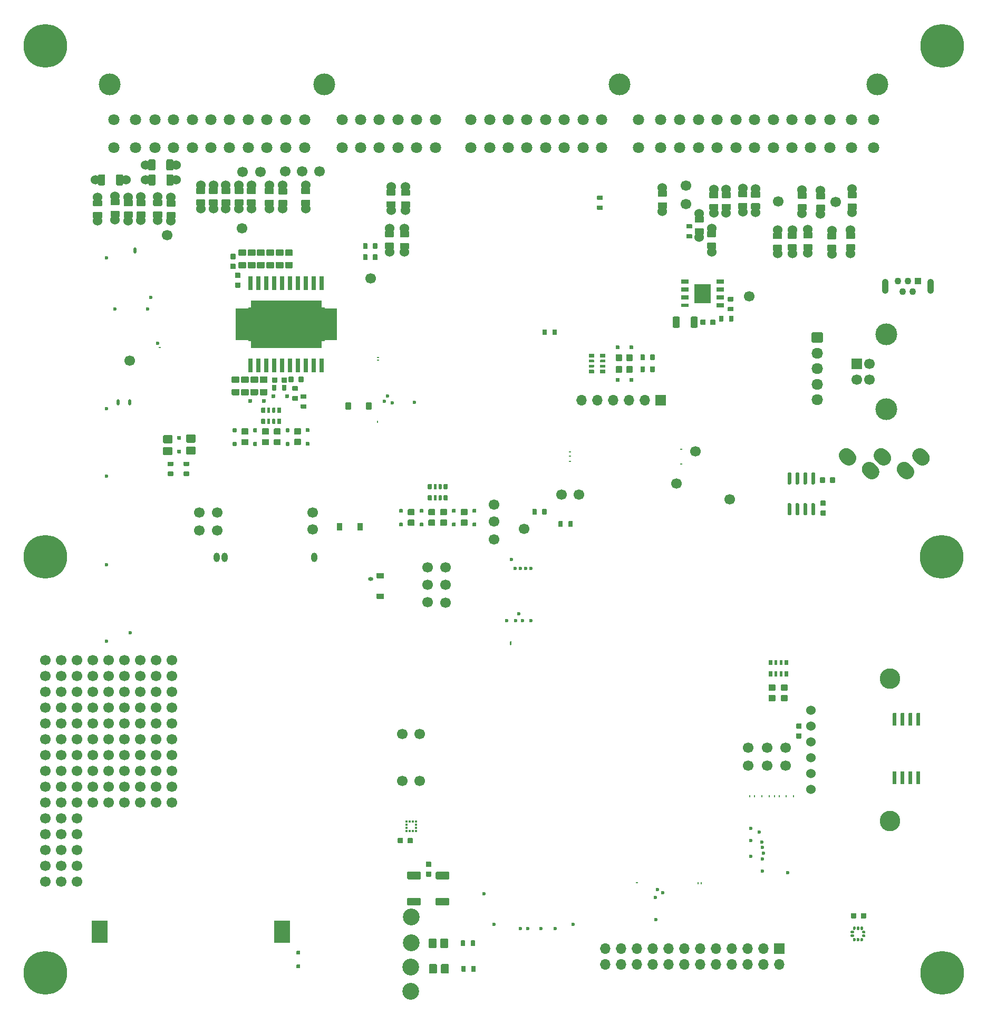
<source format=gts>
G04 #@! TF.GenerationSoftware,KiCad,Pcbnew,(6.0.1)*
G04 #@! TF.CreationDate,2022-06-25T09:27:14+03:00*
G04 #@! TF.ProjectId,hellen64_NA6_94,68656c6c-656e-4363-945f-4e41365f3934,b*
G04 #@! TF.SameCoordinates,PX141ef50PYa2cc1bc*
G04 #@! TF.FileFunction,Soldermask,Top*
G04 #@! TF.FilePolarity,Negative*
%FSLAX46Y46*%
G04 Gerber Fmt 4.6, Leading zero omitted, Abs format (unit mm)*
G04 Created by KiCad (PCBNEW (6.0.1)) date 2022-06-25 09:27:14*
%MOMM*%
%LPD*%
G01*
G04 APERTURE LIST*
%ADD10C,0.010000*%
%ADD11C,0.599999*%
%ADD12O,0.499999X0.250000*%
%ADD13C,1.524000*%
%ADD14C,1.700000*%
%ADD15R,1.700000X1.700000*%
%ADD16O,1.700000X1.700000*%
%ADD17C,2.700000*%
%ADD18O,1.000001X1.500000*%
%ADD19O,0.800001X0.599999*%
%ADD20C,3.500120*%
%ADD21C,1.800000*%
%ADD22R,1.100000X1.100000*%
%ADD23C,1.100000*%
%ADD24O,1.100000X2.400000*%
%ADD25C,3.500000*%
%ADD26O,0.250000X0.499999*%
%ADD27C,3.302000*%
%ADD28C,7.000000*%
%ADD29R,0.375000X0.350000*%
%ADD30R,0.350000X0.375000*%
%ADD31R,2.600000X3.600000*%
%ADD32O,0.499999X1.000001*%
%ADD33O,0.499999X0.200000*%
%ADD34C,0.600000*%
%ADD35R,1.310000X0.650000*%
%ADD36R,1.310000X0.600000*%
%ADD37R,1.325000X1.500000*%
%ADD38O,0.200000X0.399999*%
%ADD39R,0.800000X2.200000*%
%ADD40R,2.032000X5.080000*%
%ADD41R,11.430000X7.620000*%
%ADD42O,1.850000X1.700000*%
G04 APERTURE END LIST*
D10*
G04 #@! TO.C,U5*
X49372130Y111896940D02*
X49772680Y111896940D01*
X49772680Y111896940D02*
X49772680Y106611020D01*
X49772680Y106611020D02*
X49372130Y106611020D01*
X49372130Y106611020D02*
X49372130Y111896940D01*
G36*
X49772680Y106611020D02*
G01*
X49372130Y106611020D01*
X49372130Y111896940D01*
X49772680Y111896940D01*
X49772680Y106611020D01*
G37*
X49772680Y106611020D02*
X49372130Y106611020D01*
X49372130Y111896940D01*
X49772680Y111896940D01*
X49772680Y106611020D01*
X37568530Y111896940D02*
X37987080Y111896940D01*
X37987080Y111896940D02*
X37987080Y106608480D01*
X37987080Y106608480D02*
X37568530Y106608480D01*
X37568530Y106608480D02*
X37568530Y111896940D01*
G36*
X37987080Y106608480D02*
G01*
X37568530Y106608480D01*
X37568530Y111896940D01*
X37987080Y111896940D01*
X37987080Y106608480D01*
G37*
X37987080Y106608480D02*
X37568530Y106608480D01*
X37568530Y111896940D01*
X37987080Y111896940D01*
X37987080Y106608480D01*
G04 #@! TD*
D11*
G04 #@! TO.C,M4*
X75468535Y17795040D03*
X77043549Y12890031D03*
X89747567Y12899094D03*
X81268539Y12220030D03*
X82443543Y12220030D03*
X84618537Y12220030D03*
X86843539Y12220030D03*
G04 #@! TD*
D12*
G04 #@! TO.C,M9*
X89261466Y87168744D03*
X89261466Y88043744D03*
X89261466Y88743745D03*
X107086464Y89193744D03*
X107086464Y86793741D03*
G04 #@! TD*
G04 #@! TO.C,R57*
G36*
G01*
X58321680Y120375340D02*
X58321680Y119595340D01*
G75*
G02*
X58251680Y119525340I-70000J0D01*
G01*
X57691680Y119525340D01*
G75*
G02*
X57621680Y119595340I0J70000D01*
G01*
X57621680Y120375340D01*
G75*
G02*
X57691680Y120445340I70000J0D01*
G01*
X58251680Y120445340D01*
G75*
G02*
X58321680Y120375340I0J-70000D01*
G01*
G37*
G36*
G01*
X56721680Y120375340D02*
X56721680Y119595340D01*
G75*
G02*
X56651680Y119525340I-70000J0D01*
G01*
X56091680Y119525340D01*
G75*
G02*
X56021680Y119595340I0J70000D01*
G01*
X56021680Y120375340D01*
G75*
G02*
X56091680Y120445340I70000J0D01*
G01*
X56651680Y120445340D01*
G75*
G02*
X56721680Y120375340I0J-70000D01*
G01*
G37*
G04 #@! TD*
G04 #@! TO.C,R8*
G36*
G01*
X60886680Y121305339D02*
X59636680Y121305339D01*
G75*
G02*
X59536680Y121405339I0J100000D01*
G01*
X59536680Y122205339D01*
G75*
G02*
X59636680Y122305339I100000J0D01*
G01*
X60886680Y122305339D01*
G75*
G02*
X60986680Y122205339I0J-100000D01*
G01*
X60986680Y121405339D01*
G75*
G02*
X60886680Y121305339I-100000J0D01*
G01*
G37*
D13*
X60261680Y120850340D03*
G36*
G01*
X60886680Y123205361D02*
X59636680Y123205361D01*
G75*
G02*
X59536680Y123305361I0J100000D01*
G01*
X59536680Y124105361D01*
G75*
G02*
X59636680Y124205361I100000J0D01*
G01*
X60886680Y124205361D01*
G75*
G02*
X60986680Y124105361I0J-100000D01*
G01*
X60986680Y123305361D01*
G75*
G02*
X60886680Y123205361I-100000J0D01*
G01*
G37*
X60261680Y124660340D03*
G04 #@! TD*
G04 #@! TO.C,R32*
G36*
G01*
X38726680Y128255339D02*
X37476680Y128255339D01*
G75*
G02*
X37376680Y128355339I0J100000D01*
G01*
X37376680Y129155339D01*
G75*
G02*
X37476680Y129255339I100000J0D01*
G01*
X38726680Y129255339D01*
G75*
G02*
X38826680Y129155339I0J-100000D01*
G01*
X38826680Y128355339D01*
G75*
G02*
X38726680Y128255339I-100000J0D01*
G01*
G37*
X38101680Y127800340D03*
G36*
G01*
X38726680Y130155361D02*
X37476680Y130155361D01*
G75*
G02*
X37376680Y130255361I0J100000D01*
G01*
X37376680Y131055361D01*
G75*
G02*
X37476680Y131155361I100000J0D01*
G01*
X38726680Y131155361D01*
G75*
G02*
X38826680Y131055361I0J-100000D01*
G01*
X38826680Y130255361D01*
G75*
G02*
X38726680Y130155361I-100000J0D01*
G01*
G37*
X38101680Y131610340D03*
G04 #@! TD*
D14*
G04 #@! TO.C,P5*
X62302380Y35910220D03*
G04 #@! TD*
G04 #@! TO.C,P6*
X62302380Y43412400D03*
G04 #@! TD*
G04 #@! TO.C,R2*
G36*
G01*
X24710000Y87162500D02*
X25490000Y87162500D01*
G75*
G02*
X25560000Y87092500I0J-70000D01*
G01*
X25560000Y86532500D01*
G75*
G02*
X25490000Y86462500I-70000J0D01*
G01*
X24710000Y86462500D01*
G75*
G02*
X24640000Y86532500I0J70000D01*
G01*
X24640000Y87092500D01*
G75*
G02*
X24710000Y87162500I70000J0D01*
G01*
G37*
G36*
G01*
X24710000Y85562500D02*
X25490000Y85562500D01*
G75*
G02*
X25560000Y85492500I0J-70000D01*
G01*
X25560000Y84932500D01*
G75*
G02*
X25490000Y84862500I-70000J0D01*
G01*
X24710000Y84862500D01*
G75*
G02*
X24640000Y84932500I0J70000D01*
G01*
X24640000Y85492500D01*
G75*
G02*
X24710000Y85562500I70000J0D01*
G01*
G37*
G04 #@! TD*
D15*
G04 #@! TO.C,J27*
X103851680Y97005340D03*
D16*
X101311680Y97005340D03*
X98771680Y97005340D03*
X96231680Y97005340D03*
X93691680Y97005340D03*
X91151680Y97005340D03*
G04 #@! TD*
G04 #@! TO.C,R4*
G36*
G01*
X113181680Y109745340D02*
X113181680Y110525340D01*
G75*
G02*
X113251680Y110595340I70000J0D01*
G01*
X113811680Y110595340D01*
G75*
G02*
X113881680Y110525340I0J-70000D01*
G01*
X113881680Y109745340D01*
G75*
G02*
X113811680Y109675340I-70000J0D01*
G01*
X113251680Y109675340D01*
G75*
G02*
X113181680Y109745340I0J70000D01*
G01*
G37*
G36*
G01*
X114781680Y109745340D02*
X114781680Y110525340D01*
G75*
G02*
X114851680Y110595340I70000J0D01*
G01*
X115411680Y110595340D01*
G75*
G02*
X115481680Y110525340I0J-70000D01*
G01*
X115481680Y109745340D01*
G75*
G02*
X115411680Y109675340I-70000J0D01*
G01*
X114851680Y109675340D01*
G75*
G02*
X114781680Y109745340I0J70000D01*
G01*
G37*
G04 #@! TD*
D14*
G04 #@! TO.C,P19*
X36691680Y133695340D03*
G04 #@! TD*
D17*
G04 #@! TO.C,J19*
X63719659Y2136041D03*
G04 #@! TD*
G04 #@! TO.C,C3*
G36*
G01*
X61596678Y25965340D02*
X61596678Y26645340D01*
G75*
G02*
X61681678Y26730340I85000J0D01*
G01*
X62361678Y26730340D01*
G75*
G02*
X62446678Y26645340I0J-85000D01*
G01*
X62446678Y25965340D01*
G75*
G02*
X62361678Y25880340I-85000J0D01*
G01*
X61681678Y25880340D01*
G75*
G02*
X61596678Y25965340I0J85000D01*
G01*
G37*
G36*
G01*
X63176680Y25965340D02*
X63176680Y26645340D01*
G75*
G02*
X63261680Y26730340I85000J0D01*
G01*
X63941680Y26730340D01*
G75*
G02*
X64026680Y26645340I0J-85000D01*
G01*
X64026680Y25965340D01*
G75*
G02*
X63941680Y25880340I-85000J0D01*
G01*
X63261680Y25880340D01*
G75*
G02*
X63176680Y25965340I0J85000D01*
G01*
G37*
G04 #@! TD*
D14*
G04 #@! TO.C,G4*
X20210000Y45097322D03*
X20210000Y47637322D03*
X20210000Y50177322D03*
X20210000Y52717322D03*
X20210000Y55257322D03*
X22750000Y45097322D03*
X22750000Y47637322D03*
X22750000Y50177322D03*
X22750000Y52717322D03*
X22750000Y55257322D03*
X25290000Y45097322D03*
X25290000Y47637322D03*
X25290000Y50177322D03*
X25290000Y52717322D03*
X25290000Y55257322D03*
G04 #@! TD*
G04 #@! TO.C,R9*
G36*
G01*
X44731680Y99275340D02*
X45511680Y99275340D01*
G75*
G02*
X45581680Y99205340I0J-70000D01*
G01*
X45581680Y98645340D01*
G75*
G02*
X45511680Y98575340I-70000J0D01*
G01*
X44731680Y98575340D01*
G75*
G02*
X44661680Y98645340I0J70000D01*
G01*
X44661680Y99205340D01*
G75*
G02*
X44731680Y99275340I70000J0D01*
G01*
G37*
G36*
G01*
X44731680Y97675340D02*
X45511680Y97675340D01*
G75*
G02*
X45581680Y97605340I0J-70000D01*
G01*
X45581680Y97045340D01*
G75*
G02*
X45511680Y96975340I-70000J0D01*
G01*
X44731680Y96975340D01*
G75*
G02*
X44661680Y97045340I0J70000D01*
G01*
X44661680Y97605340D01*
G75*
G02*
X44731680Y97675340I70000J0D01*
G01*
G37*
G04 #@! TD*
G04 #@! TO.C,P27*
X57211680Y116595340D03*
G04 #@! TD*
G04 #@! TO.C,P10*
X24601680Y123505340D03*
G04 #@! TD*
G04 #@! TO.C,R21*
G36*
G01*
X108791680Y123005340D02*
X108011680Y123005340D01*
G75*
G02*
X107941680Y123075340I0J70000D01*
G01*
X107941680Y123635340D01*
G75*
G02*
X108011680Y123705340I70000J0D01*
G01*
X108791680Y123705340D01*
G75*
G02*
X108861680Y123635340I0J-70000D01*
G01*
X108861680Y123075340D01*
G75*
G02*
X108791680Y123005340I-70000J0D01*
G01*
G37*
G36*
G01*
X108791680Y124605340D02*
X108011680Y124605340D01*
G75*
G02*
X107941680Y124675340I0J70000D01*
G01*
X107941680Y125235340D01*
G75*
G02*
X108011680Y125305340I70000J0D01*
G01*
X108791680Y125305340D01*
G75*
G02*
X108861680Y125235340I0J-70000D01*
G01*
X108861680Y124675340D01*
G75*
G02*
X108791680Y124605340I-70000J0D01*
G01*
G37*
G04 #@! TD*
G04 #@! TO.C,P12*
X29701680Y79005340D03*
G04 #@! TD*
G04 #@! TO.C,G12*
X12590000Y32397322D03*
X12590000Y34937322D03*
X12590000Y37477322D03*
X12590000Y40017322D03*
X12590000Y42557322D03*
X15130000Y32397322D03*
X15130000Y34937322D03*
X15130000Y37477322D03*
X15130000Y40017322D03*
X15130000Y42557322D03*
X17670000Y32397322D03*
X17670000Y34937322D03*
X17670000Y37477322D03*
X17670000Y40017322D03*
X17670000Y42557322D03*
G04 #@! TD*
D18*
G04 #@! TO.C,M5*
X32559110Y71817999D03*
X33814975Y71817999D03*
X48190001Y71817999D03*
D19*
X57244999Y68321715D03*
G04 #@! TD*
G04 #@! TO.C,R36*
G36*
G01*
X30576680Y128255339D02*
X29326680Y128255339D01*
G75*
G02*
X29226680Y128355339I0J100000D01*
G01*
X29226680Y129155339D01*
G75*
G02*
X29326680Y129255339I100000J0D01*
G01*
X30576680Y129255339D01*
G75*
G02*
X30676680Y129155339I0J-100000D01*
G01*
X30676680Y128355339D01*
G75*
G02*
X30576680Y128255339I-100000J0D01*
G01*
G37*
D13*
X29951680Y127800340D03*
G36*
G01*
X30576680Y130155361D02*
X29326680Y130155361D01*
G75*
G02*
X29226680Y130255361I0J100000D01*
G01*
X29226680Y131055361D01*
G75*
G02*
X29326680Y131155361I100000J0D01*
G01*
X30576680Y131155361D01*
G75*
G02*
X30676680Y131055361I0J-100000D01*
G01*
X30676680Y130255361D01*
G75*
G02*
X30576680Y130155361I-100000J0D01*
G01*
G37*
X29951680Y131610340D03*
G04 #@! TD*
G04 #@! TO.C,D1*
G36*
G01*
X67906019Y6350340D02*
X67906019Y5110340D01*
G75*
G02*
X67776019Y4980340I-130000J0D01*
G01*
X66736019Y4980340D01*
G75*
G02*
X66606019Y5110340I0J130000D01*
G01*
X66606019Y6350340D01*
G75*
G02*
X66736019Y6480340I130000J0D01*
G01*
X67776019Y6480340D01*
G75*
G02*
X67906019Y6350340I0J-130000D01*
G01*
G37*
G36*
G01*
X69806040Y6350340D02*
X69806040Y5110340D01*
G75*
G02*
X69676040Y4980340I-130000J0D01*
G01*
X68636040Y4980340D01*
G75*
G02*
X68506040Y5110340I0J130000D01*
G01*
X68506040Y6350340D01*
G75*
G02*
X68636040Y6480340I130000J0D01*
G01*
X69676040Y6480340D01*
G75*
G02*
X69806040Y6350340I0J-130000D01*
G01*
G37*
G04 #@! TD*
D14*
G04 #@! TO.C,P35*
X69301680Y64555340D03*
G04 #@! TD*
D13*
G04 #@! TO.C,R48*
X112351680Y127100340D03*
G36*
G01*
X112976680Y127555339D02*
X111726680Y127555339D01*
G75*
G02*
X111626680Y127655339I0J100000D01*
G01*
X111626680Y128455339D01*
G75*
G02*
X111726680Y128555339I100000J0D01*
G01*
X112976680Y128555339D01*
G75*
G02*
X113076680Y128455339I0J-100000D01*
G01*
X113076680Y127655339D01*
G75*
G02*
X112976680Y127555339I-100000J0D01*
G01*
G37*
G36*
G01*
X112976680Y129455361D02*
X111726680Y129455361D01*
G75*
G02*
X111626680Y129555361I0J100000D01*
G01*
X111626680Y130355361D01*
G75*
G02*
X111726680Y130455361I100000J0D01*
G01*
X112976680Y130455361D01*
G75*
G02*
X113076680Y130355361I0J-100000D01*
G01*
X113076680Y129555361D01*
G75*
G02*
X112976680Y129455361I-100000J0D01*
G01*
G37*
X112351680Y130910340D03*
G04 #@! TD*
G04 #@! TO.C,D15*
G36*
G01*
X62411889Y79496090D02*
X62411889Y79016090D01*
G75*
G02*
X62351889Y78956090I-60000J0D01*
G01*
X61871889Y78956090D01*
G75*
G02*
X61811889Y79016090I0J60000D01*
G01*
X61811889Y79496090D01*
G75*
G02*
X61871889Y79556090I60000J0D01*
G01*
X62351889Y79556090D01*
G75*
G02*
X62411889Y79496090I0J-60000D01*
G01*
G37*
G36*
G01*
X62411889Y77296090D02*
X62411889Y76816090D01*
G75*
G02*
X62351889Y76756090I-60000J0D01*
G01*
X61871889Y76756090D01*
G75*
G02*
X61811889Y76816090I0J60000D01*
G01*
X61811889Y77296090D01*
G75*
G02*
X61871889Y77356090I60000J0D01*
G01*
X62351889Y77356090D01*
G75*
G02*
X62411889Y77296090I0J-60000D01*
G01*
G37*
G04 #@! TD*
G04 #@! TO.C,C7*
G36*
G01*
X34790197Y120526785D02*
X35470197Y120526785D01*
G75*
G02*
X35555197Y120441785I0J-85000D01*
G01*
X35555197Y119761785D01*
G75*
G02*
X35470197Y119676785I-85000J0D01*
G01*
X34790197Y119676785D01*
G75*
G02*
X34705197Y119761785I0J85000D01*
G01*
X34705197Y120441785D01*
G75*
G02*
X34790197Y120526785I85000J0D01*
G01*
G37*
G36*
G01*
X34790197Y118946783D02*
X35470197Y118946783D01*
G75*
G02*
X35555197Y118861783I0J-85000D01*
G01*
X35555197Y118181783D01*
G75*
G02*
X35470197Y118096783I-85000J0D01*
G01*
X34790197Y118096783D01*
G75*
G02*
X34705197Y118181783I0J85000D01*
G01*
X34705197Y118861783D01*
G75*
G02*
X34790197Y118946783I85000J0D01*
G01*
G37*
G04 #@! TD*
G04 #@! TO.C,C1*
G36*
G01*
X66211680Y22945341D02*
X66891680Y22945341D01*
G75*
G02*
X66976680Y22860341I0J-85000D01*
G01*
X66976680Y22180341D01*
G75*
G02*
X66891680Y22095341I-85000J0D01*
G01*
X66211680Y22095341D01*
G75*
G02*
X66126680Y22180341I0J85000D01*
G01*
X66126680Y22860341D01*
G75*
G02*
X66211680Y22945341I85000J0D01*
G01*
G37*
G36*
G01*
X66211680Y21365339D02*
X66891680Y21365339D01*
G75*
G02*
X66976680Y21280339I0J-85000D01*
G01*
X66976680Y20600339D01*
G75*
G02*
X66891680Y20515339I-85000J0D01*
G01*
X66211680Y20515339D01*
G75*
G02*
X66126680Y20600339I0J85000D01*
G01*
X66126680Y21280339D01*
G75*
G02*
X66211680Y21365339I85000J0D01*
G01*
G37*
G04 #@! TD*
D14*
G04 #@! TO.C,P15*
X49061680Y133755340D03*
G04 #@! TD*
G04 #@! TO.C,F3*
G36*
G01*
X22446670Y133905340D02*
X21756670Y133905340D01*
G75*
G02*
X21526670Y134135340I0J230000D01*
G01*
X21526670Y135475340D01*
G75*
G02*
X21756670Y135705340I230000J0D01*
G01*
X22446670Y135705340D01*
G75*
G02*
X22676670Y135475340I0J-230000D01*
G01*
X22676670Y134135340D01*
G75*
G02*
X22446670Y133905340I-230000J0D01*
G01*
G37*
D13*
X21101680Y134805340D03*
G36*
G01*
X25346690Y133905340D02*
X24656690Y133905340D01*
G75*
G02*
X24426690Y134135340I0J230000D01*
G01*
X24426690Y135475340D01*
G75*
G02*
X24656690Y135705340I230000J0D01*
G01*
X25346690Y135705340D01*
G75*
G02*
X25576690Y135475340I0J-230000D01*
G01*
X25576690Y134135340D01*
G75*
G02*
X25346690Y133905340I-230000J0D01*
G01*
G37*
X26001680Y134805340D03*
G04 #@! TD*
G04 #@! TO.C,S1*
G36*
G01*
X63221680Y21305341D02*
X65181680Y21305341D01*
G75*
G02*
X65301680Y21185341I0J-120000D01*
G01*
X65301680Y20225341D01*
G75*
G02*
X65181680Y20105341I-120000J0D01*
G01*
X63221680Y20105341D01*
G75*
G02*
X63101680Y20225341I0J120000D01*
G01*
X63101680Y21185341D01*
G75*
G02*
X63221680Y21305341I120000J0D01*
G01*
G37*
G36*
G01*
X63221680Y17105340D02*
X65181680Y17105340D01*
G75*
G02*
X65301680Y16985340I0J-120000D01*
G01*
X65301680Y16025340D01*
G75*
G02*
X65181680Y15905340I-120000J0D01*
G01*
X63221680Y15905340D01*
G75*
G02*
X63101680Y16025340I0J120000D01*
G01*
X63101680Y16985340D01*
G75*
G02*
X63221680Y17105340I120000J0D01*
G01*
G37*
G04 #@! TD*
G04 #@! TO.C,D6*
G36*
G01*
X71811891Y79556089D02*
X72711891Y79556089D01*
G75*
G02*
X72811891Y79456089I0J-100000D01*
G01*
X72811891Y78656089D01*
G75*
G02*
X72711891Y78556089I-100000J0D01*
G01*
X71811891Y78556089D01*
G75*
G02*
X71711891Y78656089I0J100000D01*
G01*
X71711891Y79456089D01*
G75*
G02*
X71811891Y79556089I100000J0D01*
G01*
G37*
G36*
G01*
X71811891Y77856089D02*
X72711891Y77856089D01*
G75*
G02*
X72811891Y77756089I0J-100000D01*
G01*
X72811891Y76956089D01*
G75*
G02*
X72711891Y76856089I-100000J0D01*
G01*
X71811891Y76856089D01*
G75*
G02*
X71711891Y76956089I0J100000D01*
G01*
X71711891Y77756089D01*
G75*
G02*
X71811891Y77856089I100000J0D01*
G01*
G37*
G04 #@! TD*
G04 #@! TO.C,C4*
G36*
G01*
X131806682Y84545340D02*
X131806682Y83865340D01*
G75*
G02*
X131721682Y83780340I-85000J0D01*
G01*
X131041682Y83780340D01*
G75*
G02*
X130956682Y83865340I0J85000D01*
G01*
X130956682Y84545340D01*
G75*
G02*
X131041682Y84630340I85000J0D01*
G01*
X131721682Y84630340D01*
G75*
G02*
X131806682Y84545340I0J-85000D01*
G01*
G37*
G36*
G01*
X130226680Y84545340D02*
X130226680Y83865340D01*
G75*
G02*
X130141680Y83780340I-85000J0D01*
G01*
X129461680Y83780340D01*
G75*
G02*
X129376680Y83865340I0J85000D01*
G01*
X129376680Y84545340D01*
G75*
G02*
X129461680Y84630340I85000J0D01*
G01*
X130141680Y84630340D01*
G75*
G02*
X130226680Y84545340I0J-85000D01*
G01*
G37*
G04 #@! TD*
G04 #@! TO.C,R24*
X112001680Y120850340D03*
G36*
G01*
X112626680Y121305339D02*
X111376680Y121305339D01*
G75*
G02*
X111276680Y121405339I0J100000D01*
G01*
X111276680Y122205339D01*
G75*
G02*
X111376680Y122305339I100000J0D01*
G01*
X112626680Y122305339D01*
G75*
G02*
X112726680Y122205339I0J-100000D01*
G01*
X112726680Y121405339D01*
G75*
G02*
X112626680Y121305339I-100000J0D01*
G01*
G37*
G36*
G01*
X112626680Y123205361D02*
X111376680Y123205361D01*
G75*
G02*
X111276680Y123305361I0J100000D01*
G01*
X111276680Y124105361D01*
G75*
G02*
X111376680Y124205361I100000J0D01*
G01*
X112626680Y124205361D01*
G75*
G02*
X112726680Y124105361I0J-100000D01*
G01*
X112726680Y123305361D01*
G75*
G02*
X112626680Y123205361I-100000J0D01*
G01*
G37*
X112001680Y124660340D03*
G04 #@! TD*
G04 #@! TO.C,D28*
G36*
G01*
X55996680Y77215340D02*
X55996680Y76195340D01*
G75*
G02*
X55906680Y76105340I-90000J0D01*
G01*
X55186680Y76105340D01*
G75*
G02*
X55096680Y76195340I0J90000D01*
G01*
X55096680Y77215340D01*
G75*
G02*
X55186680Y77305340I90000J0D01*
G01*
X55906680Y77305340D01*
G75*
G02*
X55996680Y77215340I0J-90000D01*
G01*
G37*
G36*
G01*
X52696680Y77215340D02*
X52696680Y76195340D01*
G75*
G02*
X52606680Y76105340I-90000J0D01*
G01*
X51886680Y76105340D01*
G75*
G02*
X51796680Y76195340I0J90000D01*
G01*
X51796680Y77215340D01*
G75*
G02*
X51886680Y77305340I90000J0D01*
G01*
X52606680Y77305340D01*
G75*
G02*
X52696680Y77215340I0J-90000D01*
G01*
G37*
G04 #@! TD*
G04 #@! TO.C,R33*
X32001680Y127800340D03*
G36*
G01*
X32626680Y128255339D02*
X31376680Y128255339D01*
G75*
G02*
X31276680Y128355339I0J100000D01*
G01*
X31276680Y129155339D01*
G75*
G02*
X31376680Y129255339I100000J0D01*
G01*
X32626680Y129255339D01*
G75*
G02*
X32726680Y129155339I0J-100000D01*
G01*
X32726680Y128355339D01*
G75*
G02*
X32626680Y128255339I-100000J0D01*
G01*
G37*
X32001680Y131610340D03*
G36*
G01*
X32626680Y130155361D02*
X31376680Y130155361D01*
G75*
G02*
X31276680Y130255361I0J100000D01*
G01*
X31276680Y131055361D01*
G75*
G02*
X31376680Y131155361I100000J0D01*
G01*
X32626680Y131155361D01*
G75*
G02*
X32726680Y131055361I0J-100000D01*
G01*
X32726680Y130255361D01*
G75*
G02*
X32626680Y130155361I-100000J0D01*
G01*
G37*
G04 #@! TD*
G04 #@! TO.C,D12*
G36*
G01*
X74199386Y79494591D02*
X74199386Y79014591D01*
G75*
G02*
X74139386Y78954591I-60000J0D01*
G01*
X73659386Y78954591D01*
G75*
G02*
X73599386Y79014591I0J60000D01*
G01*
X73599386Y79494591D01*
G75*
G02*
X73659386Y79554591I60000J0D01*
G01*
X74139386Y79554591D01*
G75*
G02*
X74199386Y79494591I0J-60000D01*
G01*
G37*
G36*
G01*
X74199386Y77294591D02*
X74199386Y76814591D01*
G75*
G02*
X74139386Y76754591I-60000J0D01*
G01*
X73659386Y76754591D01*
G75*
G02*
X73599386Y76814591I0J60000D01*
G01*
X73599386Y77294591D01*
G75*
G02*
X73659386Y77354591I60000J0D01*
G01*
X74139386Y77354591D01*
G75*
G02*
X74199386Y77294591I0J-60000D01*
G01*
G37*
G04 #@! TD*
G04 #@! TO.C,R42*
G36*
G01*
X14016221Y126259437D02*
X12766221Y126259437D01*
G75*
G02*
X12666221Y126359437I0J100000D01*
G01*
X12666221Y127159437D01*
G75*
G02*
X12766221Y127259437I100000J0D01*
G01*
X14016221Y127259437D01*
G75*
G02*
X14116221Y127159437I0J-100000D01*
G01*
X14116221Y126359437D01*
G75*
G02*
X14016221Y126259437I-100000J0D01*
G01*
G37*
X13391221Y125804438D03*
X13391221Y129614438D03*
G36*
G01*
X14016221Y128159459D02*
X12766221Y128159459D01*
G75*
G02*
X12666221Y128259459I0J100000D01*
G01*
X12666221Y129059459D01*
G75*
G02*
X12766221Y129159459I100000J0D01*
G01*
X14016221Y129159459D01*
G75*
G02*
X14116221Y129059459I0J-100000D01*
G01*
X14116221Y128259459D01*
G75*
G02*
X14016221Y128159459I-100000J0D01*
G01*
G37*
G04 #@! TD*
D20*
G04 #@! TO.C,P2*
X138640980Y147779760D03*
X15340980Y147779760D03*
X49790980Y147779760D03*
X97190980Y147779760D03*
D21*
X15990980Y137579120D03*
X19488560Y137579120D03*
X22589900Y137579120D03*
X25589640Y137579120D03*
X28589380Y137579120D03*
X31589120Y137579120D03*
X34588860Y137579120D03*
X37588600Y137579120D03*
X40588340Y137579120D03*
X43588080Y137579120D03*
X46689420Y137579120D03*
X15990980Y142080000D03*
X19488560Y142080000D03*
X22589900Y142080000D03*
X25589640Y142080000D03*
X28589380Y142080000D03*
X31589120Y142080000D03*
X34588860Y142080000D03*
X37588600Y142080000D03*
X40588340Y142080000D03*
X43588080Y142080000D03*
X46689420Y142080000D03*
X73340980Y137579120D03*
X76340720Y137579120D03*
X79340460Y137579120D03*
X82340200Y137579120D03*
X85342480Y137579120D03*
X88342220Y137579120D03*
X91341960Y137579120D03*
X94341700Y137579120D03*
X73340980Y142080000D03*
X76340720Y142080000D03*
X79340460Y142080000D03*
X82340200Y142080000D03*
X85342480Y142080000D03*
X88342220Y142080000D03*
X91341960Y142080000D03*
X94341700Y142080000D03*
X100287840Y137579120D03*
X103787960Y137579120D03*
X106891840Y137579120D03*
X109891580Y137579120D03*
X112891320Y137579120D03*
X115891060Y137579120D03*
X118890800Y137579120D03*
X121890540Y137579120D03*
X124890280Y137579120D03*
X127890020Y137579120D03*
X130991360Y137579120D03*
X134491480Y137579120D03*
X137991600Y137579120D03*
X100287840Y142080000D03*
X103787960Y142080000D03*
X106891840Y142080000D03*
X109891580Y142080000D03*
X112891320Y142080000D03*
X115891060Y142080000D03*
X118890800Y142080000D03*
X121890540Y142080000D03*
X124890280Y142080000D03*
X127890020Y142080000D03*
X130991360Y142080000D03*
X134491480Y142080000D03*
X137991600Y142080000D03*
X52640980Y137579120D03*
X55640720Y137579120D03*
X58640460Y137579120D03*
X61640200Y137579120D03*
X64642480Y137579120D03*
X67642220Y137579120D03*
X52640980Y142080000D03*
X55640720Y142080000D03*
X58640460Y142080000D03*
X61640200Y142080000D03*
X64642480Y142080000D03*
X67642220Y142080000D03*
G04 #@! TD*
G04 #@! TO.C,D22*
G36*
G01*
X38989177Y92443841D02*
X38989177Y91963841D01*
G75*
G02*
X38929177Y91903841I-60000J0D01*
G01*
X38449177Y91903841D01*
G75*
G02*
X38389177Y91963841I0J60000D01*
G01*
X38389177Y92443841D01*
G75*
G02*
X38449177Y92503841I60000J0D01*
G01*
X38929177Y92503841D01*
G75*
G02*
X38989177Y92443841I0J-60000D01*
G01*
G37*
G36*
G01*
X38989177Y90243841D02*
X38989177Y89763841D01*
G75*
G02*
X38929177Y89703841I-60000J0D01*
G01*
X38449177Y89703841D01*
G75*
G02*
X38389177Y89763841I0J60000D01*
G01*
X38389177Y90243841D01*
G75*
G02*
X38449177Y90303841I60000J0D01*
G01*
X38929177Y90303841D01*
G75*
G02*
X38989177Y90243841I0J-60000D01*
G01*
G37*
G04 #@! TD*
D14*
G04 #@! TO.C,P40*
X77051680Y77555340D03*
G04 #@! TD*
G04 #@! TO.C,D11*
G36*
G01*
X28995000Y90212521D02*
X27755000Y90212521D01*
G75*
G02*
X27625000Y90342521I0J130000D01*
G01*
X27625000Y91382521D01*
G75*
G02*
X27755000Y91512521I130000J0D01*
G01*
X28995000Y91512521D01*
G75*
G02*
X29125000Y91382521I0J-130000D01*
G01*
X29125000Y90342521D01*
G75*
G02*
X28995000Y90212521I-130000J0D01*
G01*
G37*
G36*
G01*
X28995000Y88312500D02*
X27755000Y88312500D01*
G75*
G02*
X27625000Y88442500I0J130000D01*
G01*
X27625000Y89482500D01*
G75*
G02*
X27755000Y89612500I130000J0D01*
G01*
X28995000Y89612500D01*
G75*
G02*
X29125000Y89482500I0J-130000D01*
G01*
X29125000Y88442500D01*
G75*
G02*
X28995000Y88312500I-130000J0D01*
G01*
G37*
G04 #@! TD*
G04 #@! TO.C,C17*
G36*
G01*
X39526680Y100830340D02*
X40576680Y100830340D01*
G75*
G02*
X40676680Y100730340I0J-100000D01*
G01*
X40676680Y99930340D01*
G75*
G02*
X40576680Y99830340I-100000J0D01*
G01*
X39526680Y99830340D01*
G75*
G02*
X39426680Y99930340I0J100000D01*
G01*
X39426680Y100730340D01*
G75*
G02*
X39526680Y100830340I100000J0D01*
G01*
G37*
G36*
G01*
X39526680Y98830340D02*
X40576680Y98830340D01*
G75*
G02*
X40676680Y98730340I0J-100000D01*
G01*
X40676680Y97930340D01*
G75*
G02*
X40576680Y97830340I-100000J0D01*
G01*
X39526680Y97830340D01*
G75*
G02*
X39426680Y97930340I0J100000D01*
G01*
X39426680Y98730340D01*
G75*
G02*
X39526680Y98830340I100000J0D01*
G01*
G37*
G04 #@! TD*
G04 #@! TO.C,P44*
X90691680Y81865340D03*
G04 #@! TD*
G04 #@! TO.C,P13*
X32601680Y76105340D03*
G04 #@! TD*
G04 #@! TO.C,R11*
G36*
G01*
X93671680Y129895340D02*
X94451680Y129895340D01*
G75*
G02*
X94521680Y129825340I0J-70000D01*
G01*
X94521680Y129265340D01*
G75*
G02*
X94451680Y129195340I-70000J0D01*
G01*
X93671680Y129195340D01*
G75*
G02*
X93601680Y129265340I0J70000D01*
G01*
X93601680Y129825340D01*
G75*
G02*
X93671680Y129895340I70000J0D01*
G01*
G37*
G36*
G01*
X93671680Y128295340D02*
X94451680Y128295340D01*
G75*
G02*
X94521680Y128225340I0J-70000D01*
G01*
X94521680Y127665340D01*
G75*
G02*
X94451680Y127595340I-70000J0D01*
G01*
X93671680Y127595340D01*
G75*
G02*
X93601680Y127665340I0J70000D01*
G01*
X93601680Y128225340D01*
G75*
G02*
X93671680Y128295340I70000J0D01*
G01*
G37*
G04 #@! TD*
G04 #@! TO.C,R6*
G36*
G01*
X69611889Y83491090D02*
X69611889Y82821090D01*
G75*
G02*
X69546889Y82756090I-65000J0D01*
G01*
X69026889Y82756090D01*
G75*
G02*
X68961889Y82821090I0J65000D01*
G01*
X68961889Y83491090D01*
G75*
G02*
X69026889Y83556090I65000J0D01*
G01*
X69546889Y83556090D01*
G75*
G02*
X69611889Y83491090I0J-65000D01*
G01*
G37*
G36*
G01*
X68636889Y83511090D02*
X68636889Y82801090D01*
G75*
G02*
X68591889Y82756090I-45000J0D01*
G01*
X68231889Y82756090D01*
G75*
G02*
X68186889Y82801090I0J45000D01*
G01*
X68186889Y83511090D01*
G75*
G02*
X68231889Y83556090I45000J0D01*
G01*
X68591889Y83556090D01*
G75*
G02*
X68636889Y83511090I0J-45000D01*
G01*
G37*
G36*
G01*
X67836889Y83511090D02*
X67836889Y82801090D01*
G75*
G02*
X67791889Y82756090I-45000J0D01*
G01*
X67431889Y82756090D01*
G75*
G02*
X67386889Y82801090I0J45000D01*
G01*
X67386889Y83511090D01*
G75*
G02*
X67431889Y83556090I45000J0D01*
G01*
X67791889Y83556090D01*
G75*
G02*
X67836889Y83511090I0J-45000D01*
G01*
G37*
G36*
G01*
X67061889Y83491090D02*
X67061889Y82821090D01*
G75*
G02*
X66996889Y82756090I-65000J0D01*
G01*
X66476889Y82756090D01*
G75*
G02*
X66411889Y82821090I0J65000D01*
G01*
X66411889Y83491090D01*
G75*
G02*
X66476889Y83556090I65000J0D01*
G01*
X66996889Y83556090D01*
G75*
G02*
X67061889Y83491090I0J-65000D01*
G01*
G37*
G36*
G01*
X67061889Y81691090D02*
X67061889Y81021090D01*
G75*
G02*
X66996889Y80956090I-65000J0D01*
G01*
X66476889Y80956090D01*
G75*
G02*
X66411889Y81021090I0J65000D01*
G01*
X66411889Y81691090D01*
G75*
G02*
X66476889Y81756090I65000J0D01*
G01*
X66996889Y81756090D01*
G75*
G02*
X67061889Y81691090I0J-65000D01*
G01*
G37*
G36*
G01*
X67836889Y81711090D02*
X67836889Y81001090D01*
G75*
G02*
X67791889Y80956090I-45000J0D01*
G01*
X67431889Y80956090D01*
G75*
G02*
X67386889Y81001090I0J45000D01*
G01*
X67386889Y81711090D01*
G75*
G02*
X67431889Y81756090I45000J0D01*
G01*
X67791889Y81756090D01*
G75*
G02*
X67836889Y81711090I0J-45000D01*
G01*
G37*
G36*
G01*
X68636889Y81711090D02*
X68636889Y81001090D01*
G75*
G02*
X68591889Y80956090I-45000J0D01*
G01*
X68231889Y80956090D01*
G75*
G02*
X68186889Y81001090I0J45000D01*
G01*
X68186889Y81711090D01*
G75*
G02*
X68231889Y81756090I45000J0D01*
G01*
X68591889Y81756090D01*
G75*
G02*
X68636889Y81711090I0J-45000D01*
G01*
G37*
G36*
G01*
X69611889Y81691090D02*
X69611889Y81021090D01*
G75*
G02*
X69546889Y80956090I-65000J0D01*
G01*
X69026889Y80956090D01*
G75*
G02*
X68961889Y81021090I0J65000D01*
G01*
X68961889Y81691090D01*
G75*
G02*
X69026889Y81756090I65000J0D01*
G01*
X69546889Y81756090D01*
G75*
G02*
X69611889Y81691090I0J-65000D01*
G01*
G37*
G04 #@! TD*
D17*
G04 #@! TO.C,J20*
X63719659Y6008843D03*
G04 #@! TD*
D14*
G04 #@! TO.C,P29*
X120901680Y41205340D03*
G04 #@! TD*
D13*
G04 #@! TO.C,R43*
X127451680Y120650340D03*
G36*
G01*
X128076680Y121105339D02*
X126826680Y121105339D01*
G75*
G02*
X126726680Y121205339I0J100000D01*
G01*
X126726680Y122005339D01*
G75*
G02*
X126826680Y122105339I100000J0D01*
G01*
X128076680Y122105339D01*
G75*
G02*
X128176680Y122005339I0J-100000D01*
G01*
X128176680Y121205339D01*
G75*
G02*
X128076680Y121105339I-100000J0D01*
G01*
G37*
X127451680Y124460340D03*
G36*
G01*
X128076680Y123005361D02*
X126826680Y123005361D01*
G75*
G02*
X126726680Y123105361I0J100000D01*
G01*
X126726680Y123905361D01*
G75*
G02*
X126826680Y124005361I100000J0D01*
G01*
X128076680Y124005361D01*
G75*
G02*
X128176680Y123905361I0J-100000D01*
G01*
X128176680Y123105361D01*
G75*
G02*
X128076680Y123005361I-100000J0D01*
G01*
G37*
G04 #@! TD*
D22*
G04 #@! TO.C,J1*
X145101680Y116180340D03*
D23*
X144301680Y114430340D03*
X143501680Y116180340D03*
X142701680Y114430340D03*
X141901680Y116180340D03*
D24*
X147151680Y115305340D03*
X139851680Y115305340D03*
G04 #@! TD*
D14*
G04 #@! TO.C,P37*
X114941680Y81095340D03*
G04 #@! TD*
G04 #@! TO.C,R55*
G36*
G01*
X87151680Y108345340D02*
X87151680Y107565340D01*
G75*
G02*
X87081680Y107495340I-70000J0D01*
G01*
X86521680Y107495340D01*
G75*
G02*
X86451680Y107565340I0J70000D01*
G01*
X86451680Y108345340D01*
G75*
G02*
X86521680Y108415340I70000J0D01*
G01*
X87081680Y108415340D01*
G75*
G02*
X87151680Y108345340I0J-70000D01*
G01*
G37*
G36*
G01*
X85551680Y108345340D02*
X85551680Y107565340D01*
G75*
G02*
X85481680Y107495340I-70000J0D01*
G01*
X84921680Y107495340D01*
G75*
G02*
X84851680Y107565340I0J70000D01*
G01*
X84851680Y108345340D01*
G75*
G02*
X84921680Y108415340I70000J0D01*
G01*
X85481680Y108415340D01*
G75*
G02*
X85551680Y108345340I0J-70000D01*
G01*
G37*
G04 #@! TD*
G04 #@! TO.C,P42*
X77051680Y80305340D03*
G04 #@! TD*
D13*
G04 #@! TO.C,R52*
X62681680Y120840340D03*
G36*
G01*
X63306680Y121295339D02*
X62056680Y121295339D01*
G75*
G02*
X61956680Y121395339I0J100000D01*
G01*
X61956680Y122195339D01*
G75*
G02*
X62056680Y122295339I100000J0D01*
G01*
X63306680Y122295339D01*
G75*
G02*
X63406680Y122195339I0J-100000D01*
G01*
X63406680Y121395339D01*
G75*
G02*
X63306680Y121295339I-100000J0D01*
G01*
G37*
X62681680Y124650340D03*
G36*
G01*
X63306680Y123195361D02*
X62056680Y123195361D01*
G75*
G02*
X61956680Y123295361I0J100000D01*
G01*
X61956680Y124095361D01*
G75*
G02*
X62056680Y124195361I100000J0D01*
G01*
X63306680Y124195361D01*
G75*
G02*
X63406680Y124095361I0J-100000D01*
G01*
X63406680Y123295361D01*
G75*
G02*
X63306680Y123195361I-100000J0D01*
G01*
G37*
G04 #@! TD*
G04 #@! TO.C,D30*
G36*
G01*
X96662380Y100599897D02*
X97142380Y100599897D01*
G75*
G02*
X97202380Y100539897I0J-60000D01*
G01*
X97202380Y100059897D01*
G75*
G02*
X97142380Y99999897I-60000J0D01*
G01*
X96662380Y99999897D01*
G75*
G02*
X96602380Y100059897I0J60000D01*
G01*
X96602380Y100539897D01*
G75*
G02*
X96662380Y100599897I60000J0D01*
G01*
G37*
G36*
G01*
X98862380Y100599897D02*
X99342380Y100599897D01*
G75*
G02*
X99402380Y100539897I0J-60000D01*
G01*
X99402380Y100059897D01*
G75*
G02*
X99342380Y99999897I-60000J0D01*
G01*
X98862380Y99999897D01*
G75*
G02*
X98802380Y100059897I0J60000D01*
G01*
X98802380Y100539897D01*
G75*
G02*
X98862380Y100599897I60000J0D01*
G01*
G37*
G04 #@! TD*
D14*
G04 #@! TO.C,P41*
X118031680Y113705340D03*
G04 #@! TD*
G04 #@! TO.C,P30*
X120901680Y38370220D03*
G04 #@! TD*
G04 #@! TO.C,P26*
X66401680Y67405340D03*
G04 #@! TD*
D15*
G04 #@! TO.C,J5*
X135316680Y102855340D03*
D14*
X135316680Y100355340D03*
X137316680Y100355340D03*
X137316680Y102855340D03*
D25*
X140026680Y95585340D03*
X140026680Y107625340D03*
G04 #@! TD*
D14*
G04 #@! TO.C,P4*
X65112640Y43410220D03*
G04 #@! TD*
G04 #@! TO.C,P25*
X123901680Y38370220D03*
G04 #@! TD*
D26*
G04 #@! TO.C,M8*
X58359046Y93574906D03*
D12*
X58409044Y103924900D03*
X58409044Y103424899D03*
D11*
X59459042Y96874902D03*
X59984042Y97749904D03*
X60734040Y96574900D03*
X64284041Y96649903D03*
G04 #@! TD*
D27*
G04 #@! TO.C,U2*
X140601680Y52290340D03*
X140601680Y29430340D03*
D13*
X127901680Y47210340D03*
X127901680Y44670340D03*
X127901680Y42130340D03*
X127901680Y39590340D03*
X127901680Y37050340D03*
X127901680Y34510340D03*
G04 #@! TD*
G04 #@! TO.C,R17*
X131301680Y124320340D03*
G36*
G01*
X130676680Y123865341D02*
X131926680Y123865341D01*
G75*
G02*
X132026680Y123765341I0J-100000D01*
G01*
X132026680Y122965341D01*
G75*
G02*
X131926680Y122865341I-100000J0D01*
G01*
X130676680Y122865341D01*
G75*
G02*
X130576680Y122965341I0J100000D01*
G01*
X130576680Y123765341D01*
G75*
G02*
X130676680Y123865341I100000J0D01*
G01*
G37*
G36*
G01*
X130676680Y121965319D02*
X131926680Y121965319D01*
G75*
G02*
X132026680Y121865319I0J-100000D01*
G01*
X132026680Y121065319D01*
G75*
G02*
X131926680Y120965319I-100000J0D01*
G01*
X130676680Y120965319D01*
G75*
G02*
X130576680Y121065319I0J100000D01*
G01*
X130576680Y121865319D01*
G75*
G02*
X130676680Y121965319I100000J0D01*
G01*
G37*
X131301680Y120510340D03*
G04 #@! TD*
D14*
G04 #@! TO.C,G6*
X4970000Y45097322D03*
X4970000Y47637322D03*
X4970000Y50177322D03*
X4970000Y52717322D03*
X4970000Y55257322D03*
X7510000Y45097322D03*
X7510000Y47637322D03*
X7510000Y50177322D03*
X7510000Y52717322D03*
X7510000Y55257322D03*
X10050000Y45097322D03*
X10050000Y47637322D03*
X10050000Y50177322D03*
X10050000Y52717322D03*
X10050000Y55257322D03*
G04 #@! TD*
G04 #@! TO.C,P17*
X43511680Y133755340D03*
G04 #@! TD*
D12*
G04 #@! TO.C,M13*
X99993545Y19553554D03*
D26*
X110343539Y19503556D03*
X109843538Y19503556D03*
D11*
X103293541Y18453558D03*
X104168543Y17928558D03*
X102993539Y17178560D03*
X103068542Y13628559D03*
G04 #@! TD*
G04 #@! TO.C,S2*
G36*
G01*
X67796680Y21305341D02*
X69756680Y21305341D01*
G75*
G02*
X69876680Y21185341I0J-120000D01*
G01*
X69876680Y20225341D01*
G75*
G02*
X69756680Y20105341I-120000J0D01*
G01*
X67796680Y20105341D01*
G75*
G02*
X67676680Y20225341I0J120000D01*
G01*
X67676680Y21185341D01*
G75*
G02*
X67796680Y21305341I120000J0D01*
G01*
G37*
G36*
G01*
X67796680Y17105340D02*
X69756680Y17105340D01*
G75*
G02*
X69876680Y16985340I0J-120000D01*
G01*
X69876680Y16025340D01*
G75*
G02*
X69756680Y15905340I-120000J0D01*
G01*
X67796680Y15905340D01*
G75*
G02*
X67676680Y16025340I0J120000D01*
G01*
X67676680Y16985340D01*
G75*
G02*
X67796680Y17105340I120000J0D01*
G01*
G37*
G04 #@! TD*
D14*
G04 #@! TO.C,P11*
X29701680Y76105340D03*
G04 #@! TD*
G04 #@! TO.C,P16*
X46241680Y133745340D03*
G04 #@! TD*
G04 #@! TO.C,P33*
X47901680Y76305340D03*
G04 #@! TD*
G04 #@! TO.C,R40*
G36*
G01*
X18936680Y126305339D02*
X17686680Y126305339D01*
G75*
G02*
X17586680Y126405339I0J100000D01*
G01*
X17586680Y127205339D01*
G75*
G02*
X17686680Y127305339I100000J0D01*
G01*
X18936680Y127305339D01*
G75*
G02*
X19036680Y127205339I0J-100000D01*
G01*
X19036680Y126405339D01*
G75*
G02*
X18936680Y126305339I-100000J0D01*
G01*
G37*
D13*
X18311680Y125850340D03*
G36*
G01*
X18936680Y128205361D02*
X17686680Y128205361D01*
G75*
G02*
X17586680Y128305361I0J100000D01*
G01*
X17586680Y129105361D01*
G75*
G02*
X17686680Y129205361I100000J0D01*
G01*
X18936680Y129205361D01*
G75*
G02*
X19036680Y129105361I0J-100000D01*
G01*
X19036680Y128305361D01*
G75*
G02*
X18936680Y128205361I-100000J0D01*
G01*
G37*
X18311680Y129660340D03*
G04 #@! TD*
G04 #@! TO.C,D23*
G36*
G01*
X35701680Y92445340D02*
X35701680Y91965340D01*
G75*
G02*
X35641680Y91905340I-60000J0D01*
G01*
X35161680Y91905340D01*
G75*
G02*
X35101680Y91965340I0J60000D01*
G01*
X35101680Y92445340D01*
G75*
G02*
X35161680Y92505340I60000J0D01*
G01*
X35641680Y92505340D01*
G75*
G02*
X35701680Y92445340I0J-60000D01*
G01*
G37*
G36*
G01*
X35701680Y90245340D02*
X35701680Y89765340D01*
G75*
G02*
X35641680Y89705340I-60000J0D01*
G01*
X35161680Y89705340D01*
G75*
G02*
X35101680Y89765340I0J60000D01*
G01*
X35101680Y90245340D01*
G75*
G02*
X35161680Y90305340I60000J0D01*
G01*
X35641680Y90305340D01*
G75*
G02*
X35701680Y90245340I0J-60000D01*
G01*
G37*
G04 #@! TD*
G04 #@! TO.C,D26*
G36*
G01*
X96602381Y103412402D02*
X96602381Y104312402D01*
G75*
G02*
X96702381Y104412402I100000J0D01*
G01*
X97502381Y104412402D01*
G75*
G02*
X97602381Y104312402I0J-100000D01*
G01*
X97602381Y103412402D01*
G75*
G02*
X97502381Y103312402I-100000J0D01*
G01*
X96702381Y103312402D01*
G75*
G02*
X96602381Y103412402I0J100000D01*
G01*
G37*
G36*
G01*
X98302381Y103412402D02*
X98302381Y104312402D01*
G75*
G02*
X98402381Y104412402I100000J0D01*
G01*
X99202381Y104412402D01*
G75*
G02*
X99302381Y104312402I0J-100000D01*
G01*
X99302381Y103412402D01*
G75*
G02*
X99202381Y103312402I-100000J0D01*
G01*
X98402381Y103312402D01*
G75*
G02*
X98302381Y103412402I0J100000D01*
G01*
G37*
G04 #@! TD*
G04 #@! TO.C,C22*
G36*
G01*
X112616681Y109895340D02*
X112616681Y109215340D01*
G75*
G02*
X112531681Y109130340I-85000J0D01*
G01*
X111851681Y109130340D01*
G75*
G02*
X111766681Y109215340I0J85000D01*
G01*
X111766681Y109895340D01*
G75*
G02*
X111851681Y109980340I85000J0D01*
G01*
X112531681Y109980340D01*
G75*
G02*
X112616681Y109895340I0J-85000D01*
G01*
G37*
G36*
G01*
X111036679Y109895340D02*
X111036679Y109215340D01*
G75*
G02*
X110951679Y109130340I-85000J0D01*
G01*
X110271679Y109130340D01*
G75*
G02*
X110186679Y109215340I0J85000D01*
G01*
X110186679Y109895340D01*
G75*
G02*
X110271679Y109980340I85000J0D01*
G01*
X110951679Y109980340D01*
G75*
G02*
X111036679Y109895340I0J-85000D01*
G01*
G37*
G04 #@! TD*
G04 #@! TO.C,C16*
G36*
G01*
X43596680Y121225340D02*
X44646680Y121225340D01*
G75*
G02*
X44746680Y121125340I0J-100000D01*
G01*
X44746680Y120325340D01*
G75*
G02*
X44646680Y120225340I-100000J0D01*
G01*
X43596680Y120225340D01*
G75*
G02*
X43496680Y120325340I0J100000D01*
G01*
X43496680Y121125340D01*
G75*
G02*
X43596680Y121225340I100000J0D01*
G01*
G37*
G36*
G01*
X43596680Y119225340D02*
X44646680Y119225340D01*
G75*
G02*
X44746680Y119125340I0J-100000D01*
G01*
X44746680Y118325340D01*
G75*
G02*
X44646680Y118225340I-100000J0D01*
G01*
X43596680Y118225340D01*
G75*
G02*
X43496680Y118325340I0J100000D01*
G01*
X43496680Y119125340D01*
G75*
G02*
X43596680Y119225340I100000J0D01*
G01*
G37*
G04 #@! TD*
D28*
G04 #@! TO.C,J13*
X5000000Y5100000D03*
G04 #@! TD*
G04 #@! TO.C,R16*
G36*
G01*
X92367380Y104512400D02*
X93037380Y104512400D01*
G75*
G02*
X93102380Y104447400I0J-65000D01*
G01*
X93102380Y103927400D01*
G75*
G02*
X93037380Y103862400I-65000J0D01*
G01*
X92367380Y103862400D01*
G75*
G02*
X92302380Y103927400I0J65000D01*
G01*
X92302380Y104447400D01*
G75*
G02*
X92367380Y104512400I65000J0D01*
G01*
G37*
G36*
G01*
X92347380Y103537400D02*
X93057380Y103537400D01*
G75*
G02*
X93102380Y103492400I0J-45000D01*
G01*
X93102380Y103132400D01*
G75*
G02*
X93057380Y103087400I-45000J0D01*
G01*
X92347380Y103087400D01*
G75*
G02*
X92302380Y103132400I0J45000D01*
G01*
X92302380Y103492400D01*
G75*
G02*
X92347380Y103537400I45000J0D01*
G01*
G37*
G36*
G01*
X92347380Y102737400D02*
X93057380Y102737400D01*
G75*
G02*
X93102380Y102692400I0J-45000D01*
G01*
X93102380Y102332400D01*
G75*
G02*
X93057380Y102287400I-45000J0D01*
G01*
X92347380Y102287400D01*
G75*
G02*
X92302380Y102332400I0J45000D01*
G01*
X92302380Y102692400D01*
G75*
G02*
X92347380Y102737400I45000J0D01*
G01*
G37*
G36*
G01*
X92367380Y101962400D02*
X93037380Y101962400D01*
G75*
G02*
X93102380Y101897400I0J-65000D01*
G01*
X93102380Y101377400D01*
G75*
G02*
X93037380Y101312400I-65000J0D01*
G01*
X92367380Y101312400D01*
G75*
G02*
X92302380Y101377400I0J65000D01*
G01*
X92302380Y101897400D01*
G75*
G02*
X92367380Y101962400I65000J0D01*
G01*
G37*
G36*
G01*
X94167380Y101962400D02*
X94837380Y101962400D01*
G75*
G02*
X94902380Y101897400I0J-65000D01*
G01*
X94902380Y101377400D01*
G75*
G02*
X94837380Y101312400I-65000J0D01*
G01*
X94167380Y101312400D01*
G75*
G02*
X94102380Y101377400I0J65000D01*
G01*
X94102380Y101897400D01*
G75*
G02*
X94167380Y101962400I65000J0D01*
G01*
G37*
G36*
G01*
X94147380Y102737400D02*
X94857380Y102737400D01*
G75*
G02*
X94902380Y102692400I0J-45000D01*
G01*
X94902380Y102332400D01*
G75*
G02*
X94857380Y102287400I-45000J0D01*
G01*
X94147380Y102287400D01*
G75*
G02*
X94102380Y102332400I0J45000D01*
G01*
X94102380Y102692400D01*
G75*
G02*
X94147380Y102737400I45000J0D01*
G01*
G37*
G36*
G01*
X94147380Y103537400D02*
X94857380Y103537400D01*
G75*
G02*
X94902380Y103492400I0J-45000D01*
G01*
X94902380Y103132400D01*
G75*
G02*
X94857380Y103087400I-45000J0D01*
G01*
X94147380Y103087400D01*
G75*
G02*
X94102380Y103132400I0J45000D01*
G01*
X94102380Y103492400D01*
G75*
G02*
X94147380Y103537400I45000J0D01*
G01*
G37*
G36*
G01*
X94167380Y104512400D02*
X94837380Y104512400D01*
G75*
G02*
X94902380Y104447400I0J-65000D01*
G01*
X94902380Y103927400D01*
G75*
G02*
X94837380Y103862400I-65000J0D01*
G01*
X94167380Y103862400D01*
G75*
G02*
X94102380Y103927400I0J65000D01*
G01*
X94102380Y104447400D01*
G75*
G02*
X94167380Y104512400I65000J0D01*
G01*
G37*
G04 #@! TD*
G04 #@! TO.C,D9*
G36*
G01*
X63311891Y79556089D02*
X64211891Y79556089D01*
G75*
G02*
X64311891Y79456089I0J-100000D01*
G01*
X64311891Y78656089D01*
G75*
G02*
X64211891Y78556089I-100000J0D01*
G01*
X63311891Y78556089D01*
G75*
G02*
X63211891Y78656089I0J100000D01*
G01*
X63211891Y79456089D01*
G75*
G02*
X63311891Y79556089I100000J0D01*
G01*
G37*
G36*
G01*
X63311891Y77856089D02*
X64211891Y77856089D01*
G75*
G02*
X64311891Y77756089I0J-100000D01*
G01*
X64311891Y76956089D01*
G75*
G02*
X64211891Y76856089I-100000J0D01*
G01*
X63311891Y76856089D01*
G75*
G02*
X63211891Y76956089I0J100000D01*
G01*
X63211891Y77756089D01*
G75*
G02*
X63311891Y77856089I100000J0D01*
G01*
G37*
G04 #@! TD*
D14*
G04 #@! TO.C,P28*
X81913040Y76406220D03*
G04 #@! TD*
G04 #@! TO.C,P24*
X123901680Y41205340D03*
G04 #@! TD*
G04 #@! TO.C,D8*
G36*
G01*
X66611891Y79556089D02*
X67511891Y79556089D01*
G75*
G02*
X67611891Y79456089I0J-100000D01*
G01*
X67611891Y78656089D01*
G75*
G02*
X67511891Y78556089I-100000J0D01*
G01*
X66611891Y78556089D01*
G75*
G02*
X66511891Y78656089I0J100000D01*
G01*
X66511891Y79456089D01*
G75*
G02*
X66611891Y79556089I100000J0D01*
G01*
G37*
G36*
G01*
X66611891Y77856089D02*
X67511891Y77856089D01*
G75*
G02*
X67611891Y77756089I0J-100000D01*
G01*
X67611891Y76956089D01*
G75*
G02*
X67511891Y76856089I-100000J0D01*
G01*
X66611891Y76856089D01*
G75*
G02*
X66511891Y76956089I0J100000D01*
G01*
X66511891Y77756089D01*
G75*
G02*
X66611891Y77856089I100000J0D01*
G01*
G37*
G04 #@! TD*
G04 #@! TO.C,P8*
X131951680Y128855340D03*
G04 #@! TD*
G04 #@! TO.C,G9*
X4970000Y19697322D03*
X4970000Y22237322D03*
X4970000Y24777322D03*
X4970000Y27317322D03*
X4970000Y29857322D03*
X7510000Y19697322D03*
X7510000Y22237322D03*
X7510000Y24777322D03*
X7510000Y27317322D03*
X7510000Y29857322D03*
X10050000Y19697322D03*
X10050000Y22237322D03*
X10050000Y24777322D03*
X10050000Y27317322D03*
X10050000Y29857322D03*
G04 #@! TD*
G04 #@! TO.C,D14*
G36*
G01*
X65711889Y79496090D02*
X65711889Y79016090D01*
G75*
G02*
X65651889Y78956090I-60000J0D01*
G01*
X65171889Y78956090D01*
G75*
G02*
X65111889Y79016090I0J60000D01*
G01*
X65111889Y79496090D01*
G75*
G02*
X65171889Y79556090I60000J0D01*
G01*
X65651889Y79556090D01*
G75*
G02*
X65711889Y79496090I0J-60000D01*
G01*
G37*
G36*
G01*
X65711889Y77296090D02*
X65711889Y76816090D01*
G75*
G02*
X65651889Y76756090I-60000J0D01*
G01*
X65171889Y76756090D01*
G75*
G02*
X65111889Y76816090I0J60000D01*
G01*
X65111889Y77296090D01*
G75*
G02*
X65171889Y77356090I60000J0D01*
G01*
X65651889Y77356090D01*
G75*
G02*
X65711889Y77296090I0J-60000D01*
G01*
G37*
G04 #@! TD*
D17*
G04 #@! TO.C,J22*
X63726680Y14030340D03*
G04 #@! TD*
G04 #@! TO.C,C13*
G36*
G01*
X41646680Y118225340D02*
X40596680Y118225340D01*
G75*
G02*
X40496680Y118325340I0J100000D01*
G01*
X40496680Y119125340D01*
G75*
G02*
X40596680Y119225340I100000J0D01*
G01*
X41646680Y119225340D01*
G75*
G02*
X41746680Y119125340I0J-100000D01*
G01*
X41746680Y118325340D01*
G75*
G02*
X41646680Y118225340I-100000J0D01*
G01*
G37*
G36*
G01*
X41646680Y120225340D02*
X40596680Y120225340D01*
G75*
G02*
X40496680Y120325340I0J100000D01*
G01*
X40496680Y121125340D01*
G75*
G02*
X40596680Y121225340I100000J0D01*
G01*
X41646680Y121225340D01*
G75*
G02*
X41746680Y121125340I0J-100000D01*
G01*
X41746680Y120325340D01*
G75*
G02*
X41646680Y120225340I-100000J0D01*
G01*
G37*
G04 #@! TD*
G04 #@! TO.C,D29*
G36*
G01*
X96662380Y105812400D02*
X97142380Y105812400D01*
G75*
G02*
X97202380Y105752400I0J-60000D01*
G01*
X97202380Y105272400D01*
G75*
G02*
X97142380Y105212400I-60000J0D01*
G01*
X96662380Y105212400D01*
G75*
G02*
X96602380Y105272400I0J60000D01*
G01*
X96602380Y105752400D01*
G75*
G02*
X96662380Y105812400I60000J0D01*
G01*
G37*
G36*
G01*
X98862380Y105812400D02*
X99342380Y105812400D01*
G75*
G02*
X99402380Y105752400I0J-60000D01*
G01*
X99402380Y105272400D01*
G75*
G02*
X99342380Y105212400I-60000J0D01*
G01*
X98862380Y105212400D01*
G75*
G02*
X98802380Y105272400I0J60000D01*
G01*
X98802380Y105752400D01*
G75*
G02*
X98862380Y105812400I60000J0D01*
G01*
G37*
G04 #@! TD*
D13*
G04 #@! TO.C,R38*
X20351680Y125870340D03*
G36*
G01*
X20976680Y126325339D02*
X19726680Y126325339D01*
G75*
G02*
X19626680Y126425339I0J100000D01*
G01*
X19626680Y127225339D01*
G75*
G02*
X19726680Y127325339I100000J0D01*
G01*
X20976680Y127325339D01*
G75*
G02*
X21076680Y127225339I0J-100000D01*
G01*
X21076680Y126425339D01*
G75*
G02*
X20976680Y126325339I-100000J0D01*
G01*
G37*
X20351680Y129680340D03*
G36*
G01*
X20976680Y128225361D02*
X19726680Y128225361D01*
G75*
G02*
X19626680Y128325361I0J100000D01*
G01*
X19626680Y129125361D01*
G75*
G02*
X19726680Y129225361I100000J0D01*
G01*
X20976680Y129225361D01*
G75*
G02*
X21076680Y129125361I0J-100000D01*
G01*
X21076680Y128325361D01*
G75*
G02*
X20976680Y128225361I-100000J0D01*
G01*
G37*
G04 #@! TD*
G04 #@! TO.C,R44*
G36*
G01*
X127150000Y127499999D02*
X125900000Y127499999D01*
G75*
G02*
X125800000Y127599999I0J100000D01*
G01*
X125800000Y128399999D01*
G75*
G02*
X125900000Y128499999I100000J0D01*
G01*
X127150000Y128499999D01*
G75*
G02*
X127250000Y128399999I0J-100000D01*
G01*
X127250000Y127599999D01*
G75*
G02*
X127150000Y127499999I-100000J0D01*
G01*
G37*
X126525000Y127045000D03*
G36*
G01*
X127150000Y129400021D02*
X125900000Y129400021D01*
G75*
G02*
X125800000Y129500021I0J100000D01*
G01*
X125800000Y130300021D01*
G75*
G02*
X125900000Y130400021I100000J0D01*
G01*
X127150000Y130400021D01*
G75*
G02*
X127250000Y130300021I0J-100000D01*
G01*
X127250000Y129500021D01*
G75*
G02*
X127150000Y129400021I-100000J0D01*
G01*
G37*
X126525000Y130855000D03*
G04 #@! TD*
G04 #@! TO.C,C9*
G36*
G01*
X37146680Y118225340D02*
X36096680Y118225340D01*
G75*
G02*
X35996680Y118325340I0J100000D01*
G01*
X35996680Y119125340D01*
G75*
G02*
X36096680Y119225340I100000J0D01*
G01*
X37146680Y119225340D01*
G75*
G02*
X37246680Y119125340I0J-100000D01*
G01*
X37246680Y118325340D01*
G75*
G02*
X37146680Y118225340I-100000J0D01*
G01*
G37*
G36*
G01*
X37146680Y120225340D02*
X36096680Y120225340D01*
G75*
G02*
X35996680Y120325340I0J100000D01*
G01*
X35996680Y121125340D01*
G75*
G02*
X36096680Y121225340I100000J0D01*
G01*
X37146680Y121225340D01*
G75*
G02*
X37246680Y121125340I0J-100000D01*
G01*
X37246680Y120325340D01*
G75*
G02*
X37146680Y120225340I-100000J0D01*
G01*
G37*
G04 #@! TD*
G04 #@! TO.C,D16*
G36*
G01*
X45051680Y92512399D02*
X45951680Y92512399D01*
G75*
G02*
X46051680Y92412399I0J-100000D01*
G01*
X46051680Y91612399D01*
G75*
G02*
X45951680Y91512399I-100000J0D01*
G01*
X45051680Y91512399D01*
G75*
G02*
X44951680Y91612399I0J100000D01*
G01*
X44951680Y92412399D01*
G75*
G02*
X45051680Y92512399I100000J0D01*
G01*
G37*
G36*
G01*
X45051680Y90812399D02*
X45951680Y90812399D01*
G75*
G02*
X46051680Y90712399I0J-100000D01*
G01*
X46051680Y89912399D01*
G75*
G02*
X45951680Y89812399I-100000J0D01*
G01*
X45051680Y89812399D01*
G75*
G02*
X44951680Y89912399I0J100000D01*
G01*
X44951680Y90712399D01*
G75*
G02*
X45051680Y90812399I100000J0D01*
G01*
G37*
G04 #@! TD*
G04 #@! TO.C,M3*
G36*
G01*
X79638541Y57788843D02*
X79638541Y58238843D01*
G75*
G02*
X79763541Y58363843I125000J0D01*
G01*
X79763541Y58363843D01*
G75*
G02*
X79888541Y58238843I0J-125000D01*
G01*
X79888541Y57788843D01*
G75*
G02*
X79763541Y57663843I-125000J0D01*
G01*
X79763541Y57663843D01*
G75*
G02*
X79638541Y57788843I0J125000D01*
G01*
G37*
G04 #@! TD*
D14*
G04 #@! TO.C,P45*
X65101680Y35905340D03*
G04 #@! TD*
G04 #@! TO.C,R3*
G36*
G01*
X87401680Y76765340D02*
X87401680Y77545340D01*
G75*
G02*
X87471680Y77615340I70000J0D01*
G01*
X88031680Y77615340D01*
G75*
G02*
X88101680Y77545340I0J-70000D01*
G01*
X88101680Y76765340D01*
G75*
G02*
X88031680Y76695340I-70000J0D01*
G01*
X87471680Y76695340D01*
G75*
G02*
X87401680Y76765340I0J70000D01*
G01*
G37*
G36*
G01*
X89001680Y76765340D02*
X89001680Y77545340D01*
G75*
G02*
X89071680Y77615340I70000J0D01*
G01*
X89631680Y77615340D01*
G75*
G02*
X89701680Y77545340I0J-70000D01*
G01*
X89701680Y76765340D01*
G75*
G02*
X89631680Y76695340I-70000J0D01*
G01*
X89071680Y76695340D01*
G75*
G02*
X89001680Y76765340I0J70000D01*
G01*
G37*
G04 #@! TD*
G04 #@! TO.C,R10*
G36*
G01*
X43701680Y99445340D02*
X43701680Y98665340D01*
G75*
G02*
X43631680Y98595340I-70000J0D01*
G01*
X43071680Y98595340D01*
G75*
G02*
X43001680Y98665340I0J70000D01*
G01*
X43001680Y99445340D01*
G75*
G02*
X43071680Y99515340I70000J0D01*
G01*
X43631680Y99515340D01*
G75*
G02*
X43701680Y99445340I0J-70000D01*
G01*
G37*
G36*
G01*
X42101680Y99445340D02*
X42101680Y98665340D01*
G75*
G02*
X42031680Y98595340I-70000J0D01*
G01*
X41471680Y98595340D01*
G75*
G02*
X41401680Y98665340I0J70000D01*
G01*
X41401680Y99445340D01*
G75*
G02*
X41471680Y99515340I70000J0D01*
G01*
X42031680Y99515340D01*
G75*
G02*
X42101680Y99445340I0J-70000D01*
G01*
G37*
G04 #@! TD*
G04 #@! TO.C,D19*
G36*
G01*
X36601682Y92505339D02*
X37501682Y92505339D01*
G75*
G02*
X37601682Y92405339I0J-100000D01*
G01*
X37601682Y91605339D01*
G75*
G02*
X37501682Y91505339I-100000J0D01*
G01*
X36601682Y91505339D01*
G75*
G02*
X36501682Y91605339I0J100000D01*
G01*
X36501682Y92405339D01*
G75*
G02*
X36601682Y92505339I100000J0D01*
G01*
G37*
G36*
G01*
X36601682Y90805339D02*
X37501682Y90805339D01*
G75*
G02*
X37601682Y90705339I0J-100000D01*
G01*
X37601682Y89905339D01*
G75*
G02*
X37501682Y89805339I-100000J0D01*
G01*
X36601682Y89805339D01*
G75*
G02*
X36501682Y89905339I0J100000D01*
G01*
X36501682Y90705339D01*
G75*
G02*
X36601682Y90805339I100000J0D01*
G01*
G37*
G04 #@! TD*
D13*
G04 #@! TO.C,R30*
X40981680Y127760340D03*
G36*
G01*
X41606680Y128215339D02*
X40356680Y128215339D01*
G75*
G02*
X40256680Y128315339I0J100000D01*
G01*
X40256680Y129115339D01*
G75*
G02*
X40356680Y129215339I100000J0D01*
G01*
X41606680Y129215339D01*
G75*
G02*
X41706680Y129115339I0J-100000D01*
G01*
X41706680Y128315339D01*
G75*
G02*
X41606680Y128215339I-100000J0D01*
G01*
G37*
G36*
G01*
X41606680Y130115361D02*
X40356680Y130115361D01*
G75*
G02*
X40256680Y130215361I0J100000D01*
G01*
X40256680Y131015361D01*
G75*
G02*
X40356680Y131115361I100000J0D01*
G01*
X41606680Y131115361D01*
G75*
G02*
X41706680Y131015361I0J-100000D01*
G01*
X41706680Y130215361D01*
G75*
G02*
X41606680Y130115361I-100000J0D01*
G01*
G37*
X40981680Y131570340D03*
G04 #@! TD*
G04 #@! TO.C,D21*
G36*
G01*
X44201680Y92445340D02*
X44201680Y91965340D01*
G75*
G02*
X44141680Y91905340I-60000J0D01*
G01*
X43661680Y91905340D01*
G75*
G02*
X43601680Y91965340I0J60000D01*
G01*
X43601680Y92445340D01*
G75*
G02*
X43661680Y92505340I60000J0D01*
G01*
X44141680Y92505340D01*
G75*
G02*
X44201680Y92445340I0J-60000D01*
G01*
G37*
G36*
G01*
X44201680Y90245340D02*
X44201680Y89765340D01*
G75*
G02*
X44141680Y89705340I-60000J0D01*
G01*
X43661680Y89705340D01*
G75*
G02*
X43601680Y89765340I0J60000D01*
G01*
X43601680Y90245340D01*
G75*
G02*
X43661680Y90305340I60000J0D01*
G01*
X44141680Y90305340D01*
G75*
G02*
X44201680Y90245340I0J-60000D01*
G01*
G37*
G04 #@! TD*
G04 #@! TO.C,R31*
G36*
G01*
X36726680Y128255339D02*
X35476680Y128255339D01*
G75*
G02*
X35376680Y128355339I0J100000D01*
G01*
X35376680Y129155339D01*
G75*
G02*
X35476680Y129255339I100000J0D01*
G01*
X36726680Y129255339D01*
G75*
G02*
X36826680Y129155339I0J-100000D01*
G01*
X36826680Y128355339D01*
G75*
G02*
X36726680Y128255339I-100000J0D01*
G01*
G37*
X36101680Y127800340D03*
G36*
G01*
X36726680Y130155361D02*
X35476680Y130155361D01*
G75*
G02*
X35376680Y130255361I0J100000D01*
G01*
X35376680Y131055361D01*
G75*
G02*
X35476680Y131155361I100000J0D01*
G01*
X36726680Y131155361D01*
G75*
G02*
X36826680Y131055361I0J-100000D01*
G01*
X36826680Y130255361D01*
G75*
G02*
X36726680Y130155361I-100000J0D01*
G01*
G37*
X36101680Y131610340D03*
G04 #@! TD*
D14*
G04 #@! TO.C,P36*
X18551680Y103355340D03*
G04 #@! TD*
G04 #@! TO.C,R56*
G36*
G01*
X58321680Y122175340D02*
X58321680Y121395340D01*
G75*
G02*
X58251680Y121325340I-70000J0D01*
G01*
X57691680Y121325340D01*
G75*
G02*
X57621680Y121395340I0J70000D01*
G01*
X57621680Y122175340D01*
G75*
G02*
X57691680Y122245340I70000J0D01*
G01*
X58251680Y122245340D01*
G75*
G02*
X58321680Y122175340I0J-70000D01*
G01*
G37*
G36*
G01*
X56721680Y122175340D02*
X56721680Y121395340D01*
G75*
G02*
X56651680Y121325340I-70000J0D01*
G01*
X56091680Y121325340D01*
G75*
G02*
X56021680Y121395340I0J70000D01*
G01*
X56021680Y122175340D01*
G75*
G02*
X56091680Y122245340I70000J0D01*
G01*
X56651680Y122245340D01*
G75*
G02*
X56721680Y122175340I0J-70000D01*
G01*
G37*
G04 #@! TD*
D28*
G04 #@! TO.C,J16*
X149000000Y153900000D03*
G04 #@! TD*
D14*
G04 #@! TO.C,P32*
X117901680Y38370220D03*
G04 #@! TD*
D29*
G04 #@! TO.C,U1*
X64564180Y27855340D03*
X64564180Y28355340D03*
X64564180Y28855340D03*
X64564180Y29355340D03*
D30*
X64051680Y29367840D03*
X63551680Y29367840D03*
D29*
X63039180Y29355340D03*
X63039180Y28855340D03*
X63039180Y28355340D03*
X63039180Y27855340D03*
D30*
X63551680Y27842840D03*
X64051680Y27842840D03*
G04 #@! TD*
D31*
G04 #@! TO.C,BT1*
X43051680Y11705340D03*
X13751680Y11705340D03*
G04 #@! TD*
G04 #@! TO.C,R5*
G36*
G01*
X27260000Y87162500D02*
X28040000Y87162500D01*
G75*
G02*
X28110000Y87092500I0J-70000D01*
G01*
X28110000Y86532500D01*
G75*
G02*
X28040000Y86462500I-70000J0D01*
G01*
X27260000Y86462500D01*
G75*
G02*
X27190000Y86532500I0J70000D01*
G01*
X27190000Y87092500D01*
G75*
G02*
X27260000Y87162500I70000J0D01*
G01*
G37*
G36*
G01*
X27260000Y85562500D02*
X28040000Y85562500D01*
G75*
G02*
X28110000Y85492500I0J-70000D01*
G01*
X28110000Y84932500D01*
G75*
G02*
X28040000Y84862500I-70000J0D01*
G01*
X27260000Y84862500D01*
G75*
G02*
X27190000Y84932500I0J70000D01*
G01*
X27190000Y85492500D01*
G75*
G02*
X27260000Y85562500I70000J0D01*
G01*
G37*
G04 #@! TD*
D28*
G04 #@! TO.C,J14*
X149000000Y5100000D03*
G04 #@! TD*
G04 #@! TO.C,D2*
G36*
G01*
X67826659Y10450340D02*
X67826659Y9210340D01*
G75*
G02*
X67696659Y9080340I-130000J0D01*
G01*
X66656659Y9080340D01*
G75*
G02*
X66526659Y9210340I0J130000D01*
G01*
X66526659Y10450340D01*
G75*
G02*
X66656659Y10580340I130000J0D01*
G01*
X67696659Y10580340D01*
G75*
G02*
X67826659Y10450340I0J-130000D01*
G01*
G37*
G36*
G01*
X69726680Y10450340D02*
X69726680Y9210340D01*
G75*
G02*
X69596680Y9080340I-130000J0D01*
G01*
X68556680Y9080340D01*
G75*
G02*
X68426680Y9210340I0J130000D01*
G01*
X68426680Y10450340D01*
G75*
G02*
X68556680Y10580340I130000J0D01*
G01*
X69596680Y10580340D01*
G75*
G02*
X69726680Y10450340I0J-130000D01*
G01*
G37*
G04 #@! TD*
D14*
G04 #@! TO.C,P9*
X122651680Y128955340D03*
G04 #@! TD*
G04 #@! TO.C,J25*
G36*
G01*
X136466020Y86792657D02*
X136466020Y86792657D01*
G75*
G02*
X138163076Y86792657I848528J-848528D01*
G01*
X138587340Y86368393D01*
G75*
G02*
X138587340Y84671337I-848528J-848528D01*
G01*
X138587340Y84671337D01*
G75*
G02*
X136890284Y84671337I-848528J848528D01*
G01*
X136466020Y85095601D01*
G75*
G02*
X136466020Y86792657I848528J848528D01*
G01*
G37*
G36*
G01*
X138366020Y88992657D02*
X138366020Y88992657D01*
G75*
G02*
X140063076Y88992657I848528J-848528D01*
G01*
X140487340Y88568393D01*
G75*
G02*
X140487340Y86871337I-848528J-848528D01*
G01*
X140487340Y86871337D01*
G75*
G02*
X138790284Y86871337I-848528J848528D01*
G01*
X138366020Y87295601D01*
G75*
G02*
X138366020Y88992657I848528J848528D01*
G01*
G37*
G36*
G01*
X144566020Y88992657D02*
X144566020Y88992657D01*
G75*
G02*
X146263076Y88992657I848528J-848528D01*
G01*
X146687340Y88568393D01*
G75*
G02*
X146687340Y86871337I-848528J-848528D01*
G01*
X146687340Y86871337D01*
G75*
G02*
X144990284Y86871337I-848528J848528D01*
G01*
X144566020Y87295601D01*
G75*
G02*
X144566020Y88992657I848528J848528D01*
G01*
G37*
G36*
G01*
X142066020Y86792657D02*
X142066020Y86792657D01*
G75*
G02*
X143763076Y86792657I848528J-848528D01*
G01*
X144187340Y86368393D01*
G75*
G02*
X144187340Y84671337I-848528J-848528D01*
G01*
X144187340Y84671337D01*
G75*
G02*
X142490284Y84671337I-848528J848528D01*
G01*
X142066020Y85095601D01*
G75*
G02*
X142066020Y86792657I848528J848528D01*
G01*
G37*
G36*
G01*
X132766020Y88992657D02*
X132766020Y88992657D01*
G75*
G02*
X134463076Y88992657I848528J-848528D01*
G01*
X134887340Y88568393D01*
G75*
G02*
X134887340Y86871337I-848528J-848528D01*
G01*
X134887340Y86871337D01*
G75*
G02*
X133190284Y86871337I-848528J848528D01*
G01*
X132766020Y87295601D01*
G75*
G02*
X132766020Y88992657I848528J848528D01*
G01*
G37*
G04 #@! TD*
G04 #@! TO.C,D10*
G36*
G01*
X25284740Y90112522D02*
X24044740Y90112522D01*
G75*
G02*
X23914740Y90242522I0J130000D01*
G01*
X23914740Y91282522D01*
G75*
G02*
X24044740Y91412522I130000J0D01*
G01*
X25284740Y91412522D01*
G75*
G02*
X25414740Y91282522I0J-130000D01*
G01*
X25414740Y90242522D01*
G75*
G02*
X25284740Y90112522I-130000J0D01*
G01*
G37*
G36*
G01*
X25284740Y88212501D02*
X24044740Y88212501D01*
G75*
G02*
X23914740Y88342501I0J130000D01*
G01*
X23914740Y89382501D01*
G75*
G02*
X24044740Y89512501I130000J0D01*
G01*
X25284740Y89512501D01*
G75*
G02*
X25414740Y89382501I0J-130000D01*
G01*
X25414740Y88342501D01*
G75*
G02*
X25284740Y88212501I-130000J0D01*
G01*
G37*
G04 #@! TD*
G04 #@! TO.C,G11*
X12590000Y45097322D03*
X12590000Y47637322D03*
X12590000Y50177322D03*
X12590000Y52717322D03*
X12590000Y55257322D03*
X15130000Y45097322D03*
X15130000Y47637322D03*
X15130000Y50177322D03*
X15130000Y52717322D03*
X15130000Y55257322D03*
X17670000Y45097322D03*
X17670000Y47637322D03*
X17670000Y50177322D03*
X17670000Y52717322D03*
X17670000Y55257322D03*
G04 #@! TD*
G04 #@! TO.C,P23*
X47901680Y79005340D03*
G04 #@! TD*
G04 #@! TO.C,P21*
X36551680Y124655340D03*
G04 #@! TD*
D32*
G04 #@! TO.C,M10*
X19362887Y121064325D03*
D33*
X23412897Y105539325D03*
D11*
X14862888Y119889324D03*
X16187892Y111664324D03*
X21420386Y111681829D03*
X21912892Y113564325D03*
X23037878Y106214332D03*
G04 #@! TD*
G04 #@! TO.C,D17*
G36*
G01*
X41801682Y92505339D02*
X42701682Y92505339D01*
G75*
G02*
X42801682Y92405339I0J-100000D01*
G01*
X42801682Y91605339D01*
G75*
G02*
X42701682Y91505339I-100000J0D01*
G01*
X41801682Y91505339D01*
G75*
G02*
X41701682Y91605339I0J100000D01*
G01*
X41701682Y92405339D01*
G75*
G02*
X41801682Y92505339I100000J0D01*
G01*
G37*
G36*
G01*
X41801682Y90805339D02*
X42701682Y90805339D01*
G75*
G02*
X42801682Y90705339I0J-100000D01*
G01*
X42801682Y89905339D01*
G75*
G02*
X42701682Y89805339I-100000J0D01*
G01*
X41801682Y89805339D01*
G75*
G02*
X41701682Y89905339I0J100000D01*
G01*
X41701682Y90705339D01*
G75*
G02*
X41801682Y90805339I100000J0D01*
G01*
G37*
G04 #@! TD*
G04 #@! TO.C,R19*
G36*
G01*
X114976680Y127555339D02*
X113726680Y127555339D01*
G75*
G02*
X113626680Y127655339I0J100000D01*
G01*
X113626680Y128455339D01*
G75*
G02*
X113726680Y128555339I100000J0D01*
G01*
X114976680Y128555339D01*
G75*
G02*
X115076680Y128455339I0J-100000D01*
G01*
X115076680Y127655339D01*
G75*
G02*
X114976680Y127555339I-100000J0D01*
G01*
G37*
D13*
X114351680Y127100340D03*
X114351680Y130910340D03*
G36*
G01*
X114976680Y129455361D02*
X113726680Y129455361D01*
G75*
G02*
X113626680Y129555361I0J100000D01*
G01*
X113626680Y130355361D01*
G75*
G02*
X113726680Y130455361I100000J0D01*
G01*
X114976680Y130455361D01*
G75*
G02*
X115076680Y130355361I0J-100000D01*
G01*
X115076680Y129555361D01*
G75*
G02*
X114976680Y129455361I-100000J0D01*
G01*
G37*
G04 #@! TD*
G04 #@! TO.C,R41*
G36*
G01*
X114661680Y113605340D02*
X115441680Y113605340D01*
G75*
G02*
X115511680Y113535340I0J-70000D01*
G01*
X115511680Y112975340D01*
G75*
G02*
X115441680Y112905340I-70000J0D01*
G01*
X114661680Y112905340D01*
G75*
G02*
X114591680Y112975340I0J70000D01*
G01*
X114591680Y113535340D01*
G75*
G02*
X114661680Y113605340I70000J0D01*
G01*
G37*
G36*
G01*
X114661680Y112005340D02*
X115441680Y112005340D01*
G75*
G02*
X115511680Y111935340I0J-70000D01*
G01*
X115511680Y111375340D01*
G75*
G02*
X115441680Y111305340I-70000J0D01*
G01*
X114661680Y111305340D01*
G75*
G02*
X114591680Y111375340I0J70000D01*
G01*
X114591680Y111935340D01*
G75*
G02*
X114661680Y112005340I70000J0D01*
G01*
G37*
G04 #@! TD*
G04 #@! TO.C,D3*
G36*
G01*
X124130830Y48690850D02*
X123230830Y48690850D01*
G75*
G02*
X123130830Y48790850I0J100000D01*
G01*
X123130830Y49590850D01*
G75*
G02*
X123230830Y49690850I100000J0D01*
G01*
X124130830Y49690850D01*
G75*
G02*
X124230830Y49590850I0J-100000D01*
G01*
X124230830Y48790850D01*
G75*
G02*
X124130830Y48690850I-100000J0D01*
G01*
G37*
G36*
G01*
X124130830Y50390850D02*
X123230830Y50390850D01*
G75*
G02*
X123130830Y50490850I0J100000D01*
G01*
X123130830Y51290850D01*
G75*
G02*
X123230830Y51390850I100000J0D01*
G01*
X124130830Y51390850D01*
G75*
G02*
X124230830Y51290850I0J-100000D01*
G01*
X124230830Y50490850D01*
G75*
G02*
X124130830Y50390850I-100000J0D01*
G01*
G37*
G04 #@! TD*
D14*
G04 #@! TO.C,G7*
X20210000Y32397322D03*
X20210000Y34937322D03*
X20210000Y37477322D03*
X20210000Y40017322D03*
X20210000Y42557322D03*
X22750000Y32397322D03*
X22750000Y34937322D03*
X22750000Y37477322D03*
X22750000Y40017322D03*
X22750000Y42557322D03*
X25290000Y32397322D03*
X25290000Y34937322D03*
X25290000Y37477322D03*
X25290000Y40017322D03*
X25290000Y42557322D03*
G04 #@! TD*
G04 #@! TO.C,U3*
G36*
G01*
X128156680Y85455340D02*
X128456680Y85455340D01*
G75*
G02*
X128606680Y85305340I0J-150000D01*
G01*
X128606680Y83655340D01*
G75*
G02*
X128456680Y83505340I-150000J0D01*
G01*
X128156680Y83505340D01*
G75*
G02*
X128006680Y83655340I0J150000D01*
G01*
X128006680Y85305340D01*
G75*
G02*
X128156680Y85455340I150000J0D01*
G01*
G37*
G36*
G01*
X126886680Y85455340D02*
X127186680Y85455340D01*
G75*
G02*
X127336680Y85305340I0J-150000D01*
G01*
X127336680Y83655340D01*
G75*
G02*
X127186680Y83505340I-150000J0D01*
G01*
X126886680Y83505340D01*
G75*
G02*
X126736680Y83655340I0J150000D01*
G01*
X126736680Y85305340D01*
G75*
G02*
X126886680Y85455340I150000J0D01*
G01*
G37*
G36*
G01*
X125616680Y85455340D02*
X125916680Y85455340D01*
G75*
G02*
X126066680Y85305340I0J-150000D01*
G01*
X126066680Y83655340D01*
G75*
G02*
X125916680Y83505340I-150000J0D01*
G01*
X125616680Y83505340D01*
G75*
G02*
X125466680Y83655340I0J150000D01*
G01*
X125466680Y85305340D01*
G75*
G02*
X125616680Y85455340I150000J0D01*
G01*
G37*
G36*
G01*
X124346680Y85455340D02*
X124646680Y85455340D01*
G75*
G02*
X124796680Y85305340I0J-150000D01*
G01*
X124796680Y83655340D01*
G75*
G02*
X124646680Y83505340I-150000J0D01*
G01*
X124346680Y83505340D01*
G75*
G02*
X124196680Y83655340I0J150000D01*
G01*
X124196680Y85305340D01*
G75*
G02*
X124346680Y85455340I150000J0D01*
G01*
G37*
G36*
G01*
X124346680Y80505340D02*
X124646680Y80505340D01*
G75*
G02*
X124796680Y80355340I0J-150000D01*
G01*
X124796680Y78705340D01*
G75*
G02*
X124646680Y78555340I-150000J0D01*
G01*
X124346680Y78555340D01*
G75*
G02*
X124196680Y78705340I0J150000D01*
G01*
X124196680Y80355340D01*
G75*
G02*
X124346680Y80505340I150000J0D01*
G01*
G37*
G36*
G01*
X125616680Y80505340D02*
X125916680Y80505340D01*
G75*
G02*
X126066680Y80355340I0J-150000D01*
G01*
X126066680Y78705340D01*
G75*
G02*
X125916680Y78555340I-150000J0D01*
G01*
X125616680Y78555340D01*
G75*
G02*
X125466680Y78705340I0J150000D01*
G01*
X125466680Y80355340D01*
G75*
G02*
X125616680Y80505340I150000J0D01*
G01*
G37*
G36*
G01*
X126886680Y80505340D02*
X127186680Y80505340D01*
G75*
G02*
X127336680Y80355340I0J-150000D01*
G01*
X127336680Y78705340D01*
G75*
G02*
X127186680Y78555340I-150000J0D01*
G01*
X126886680Y78555340D01*
G75*
G02*
X126736680Y78705340I0J150000D01*
G01*
X126736680Y80355340D01*
G75*
G02*
X126886680Y80505340I150000J0D01*
G01*
G37*
G36*
G01*
X128156680Y80505340D02*
X128456680Y80505340D01*
G75*
G02*
X128606680Y80355340I0J-150000D01*
G01*
X128606680Y78705340D01*
G75*
G02*
X128456680Y78555340I-150000J0D01*
G01*
X128156680Y78555340D01*
G75*
G02*
X128006680Y78705340I0J150000D01*
G01*
X128006680Y80355340D01*
G75*
G02*
X128156680Y80505340I150000J0D01*
G01*
G37*
G04 #@! TD*
G04 #@! TO.C,U4*
G36*
G01*
X134301680Y11530340D02*
X134301680Y11730340D01*
G75*
G02*
X134401680Y11830340I100000J0D01*
G01*
X134751680Y11830340D01*
G75*
G02*
X134851680Y11730340I0J-100000D01*
G01*
X134851680Y11530340D01*
G75*
G02*
X134751680Y11430340I-100000J0D01*
G01*
X134401680Y11430340D01*
G75*
G02*
X134301680Y11530340I0J100000D01*
G01*
G37*
G36*
G01*
X134301680Y10930340D02*
X134301680Y11130340D01*
G75*
G02*
X134401680Y11230340I100000J0D01*
G01*
X134751680Y11230340D01*
G75*
G02*
X134851680Y11130340I0J-100000D01*
G01*
X134851680Y10930340D01*
G75*
G02*
X134751680Y10830340I-100000J0D01*
G01*
X134401680Y10830340D01*
G75*
G02*
X134301680Y10930340I0J100000D01*
G01*
G37*
G36*
G01*
X134701680Y10230340D02*
X134701680Y10580340D01*
G75*
G02*
X134801680Y10680340I100000J0D01*
G01*
X135001680Y10680340D01*
G75*
G02*
X135101680Y10580340I0J-100000D01*
G01*
X135101680Y10230340D01*
G75*
G02*
X135001680Y10130340I-100000J0D01*
G01*
X134801680Y10130340D01*
G75*
G02*
X134701680Y10230340I0J100000D01*
G01*
G37*
G36*
G01*
X135301680Y10230340D02*
X135301680Y10580340D01*
G75*
G02*
X135401680Y10680340I100000J0D01*
G01*
X135601680Y10680340D01*
G75*
G02*
X135701680Y10580340I0J-100000D01*
G01*
X135701680Y10230340D01*
G75*
G02*
X135601680Y10130340I-100000J0D01*
G01*
X135401680Y10130340D01*
G75*
G02*
X135301680Y10230340I0J100000D01*
G01*
G37*
G36*
G01*
X135901680Y10230340D02*
X135901680Y10580340D01*
G75*
G02*
X136001680Y10680340I100000J0D01*
G01*
X136201680Y10680340D01*
G75*
G02*
X136301680Y10580340I0J-100000D01*
G01*
X136301680Y10230340D01*
G75*
G02*
X136201680Y10130340I-100000J0D01*
G01*
X136001680Y10130340D01*
G75*
G02*
X135901680Y10230340I0J100000D01*
G01*
G37*
G36*
G01*
X136151680Y10930340D02*
X136151680Y11130340D01*
G75*
G02*
X136251680Y11230340I100000J0D01*
G01*
X136601680Y11230340D01*
G75*
G02*
X136701680Y11130340I0J-100000D01*
G01*
X136701680Y10930340D01*
G75*
G02*
X136601680Y10830340I-100000J0D01*
G01*
X136251680Y10830340D01*
G75*
G02*
X136151680Y10930340I0J100000D01*
G01*
G37*
G36*
G01*
X136151680Y11530340D02*
X136151680Y11730340D01*
G75*
G02*
X136251680Y11830340I100000J0D01*
G01*
X136601680Y11830340D01*
G75*
G02*
X136701680Y11730340I0J-100000D01*
G01*
X136701680Y11530340D01*
G75*
G02*
X136601680Y11430340I-100000J0D01*
G01*
X136251680Y11430340D01*
G75*
G02*
X136151680Y11530340I0J100000D01*
G01*
G37*
G36*
G01*
X135901680Y12080340D02*
X135901680Y12430340D01*
G75*
G02*
X136001680Y12530340I100000J0D01*
G01*
X136201680Y12530340D01*
G75*
G02*
X136301680Y12430340I0J-100000D01*
G01*
X136301680Y12080340D01*
G75*
G02*
X136201680Y11980340I-100000J0D01*
G01*
X136001680Y11980340D01*
G75*
G02*
X135901680Y12080340I0J100000D01*
G01*
G37*
G36*
G01*
X135301680Y12080340D02*
X135301680Y12430340D01*
G75*
G02*
X135401680Y12530340I100000J0D01*
G01*
X135601680Y12530340D01*
G75*
G02*
X135701680Y12430340I0J-100000D01*
G01*
X135701680Y12080340D01*
G75*
G02*
X135601680Y11980340I-100000J0D01*
G01*
X135401680Y11980340D01*
G75*
G02*
X135301680Y12080340I0J100000D01*
G01*
G37*
G36*
G01*
X134701680Y12080340D02*
X134701680Y12430340D01*
G75*
G02*
X134801680Y12530340I100000J0D01*
G01*
X135001680Y12530340D01*
G75*
G02*
X135101680Y12430340I0J-100000D01*
G01*
X135101680Y12080340D01*
G75*
G02*
X135001680Y11980340I-100000J0D01*
G01*
X134801680Y11980340D01*
G75*
G02*
X134701680Y12080340I0J100000D01*
G01*
G37*
G04 #@! TD*
D28*
G04 #@! TO.C,J15*
X148950800Y71900000D03*
G04 #@! TD*
G04 #@! TO.C,C20*
G36*
G01*
X36076680Y97830340D02*
X35026680Y97830340D01*
G75*
G02*
X34926680Y97930340I0J100000D01*
G01*
X34926680Y98730340D01*
G75*
G02*
X35026680Y98830340I100000J0D01*
G01*
X36076680Y98830340D01*
G75*
G02*
X36176680Y98730340I0J-100000D01*
G01*
X36176680Y97930340D01*
G75*
G02*
X36076680Y97830340I-100000J0D01*
G01*
G37*
G36*
G01*
X36076680Y99830340D02*
X35026680Y99830340D01*
G75*
G02*
X34926680Y99930340I0J100000D01*
G01*
X34926680Y100730340D01*
G75*
G02*
X35026680Y100830340I100000J0D01*
G01*
X36076680Y100830340D01*
G75*
G02*
X36176680Y100730340I0J-100000D01*
G01*
X36176680Y99930340D01*
G75*
G02*
X36076680Y99830340I-100000J0D01*
G01*
G37*
G04 #@! TD*
G04 #@! TO.C,R47*
G36*
G01*
X119676680Y127655339D02*
X118426680Y127655339D01*
G75*
G02*
X118326680Y127755339I0J100000D01*
G01*
X118326680Y128555339D01*
G75*
G02*
X118426680Y128655339I100000J0D01*
G01*
X119676680Y128655339D01*
G75*
G02*
X119776680Y128555339I0J-100000D01*
G01*
X119776680Y127755339D01*
G75*
G02*
X119676680Y127655339I-100000J0D01*
G01*
G37*
D13*
X119051680Y127200340D03*
X119051680Y131010340D03*
G36*
G01*
X119676680Y129555361D02*
X118426680Y129555361D01*
G75*
G02*
X118326680Y129655361I0J100000D01*
G01*
X118326680Y130455361D01*
G75*
G02*
X118426680Y130555361I100000J0D01*
G01*
X119676680Y130555361D01*
G75*
G02*
X119776680Y130455361I0J-100000D01*
G01*
X119776680Y129655361D01*
G75*
G02*
X119676680Y129555361I-100000J0D01*
G01*
G37*
G04 #@! TD*
G04 #@! TO.C,C10*
G36*
G01*
X43816681Y100620340D02*
X43816681Y99940340D01*
G75*
G02*
X43731681Y99855340I-85000J0D01*
G01*
X43051681Y99855340D01*
G75*
G02*
X42966681Y99940340I0J85000D01*
G01*
X42966681Y100620340D01*
G75*
G02*
X43051681Y100705340I85000J0D01*
G01*
X43731681Y100705340D01*
G75*
G02*
X43816681Y100620340I0J-85000D01*
G01*
G37*
G36*
G01*
X42236679Y100620340D02*
X42236679Y99940340D01*
G75*
G02*
X42151679Y99855340I-85000J0D01*
G01*
X41471679Y99855340D01*
G75*
G02*
X41386679Y99940340I0J85000D01*
G01*
X41386679Y100620340D01*
G75*
G02*
X41471679Y100705340I85000J0D01*
G01*
X42151679Y100705340D01*
G75*
G02*
X42236679Y100620340I0J-85000D01*
G01*
G37*
G04 #@! TD*
G04 #@! TO.C,F1*
G36*
G01*
X22469990Y131500000D02*
X21779990Y131500000D01*
G75*
G02*
X21549990Y131730000I0J230000D01*
G01*
X21549990Y133070000D01*
G75*
G02*
X21779990Y133300000I230000J0D01*
G01*
X22469990Y133300000D01*
G75*
G02*
X22699990Y133070000I0J-230000D01*
G01*
X22699990Y131730000D01*
G75*
G02*
X22469990Y131500000I-230000J0D01*
G01*
G37*
X21125000Y132400000D03*
X26025000Y132400000D03*
G36*
G01*
X25370010Y131500000D02*
X24680010Y131500000D01*
G75*
G02*
X24450010Y131730000I0J230000D01*
G01*
X24450010Y133070000D01*
G75*
G02*
X24680010Y133300000I230000J0D01*
G01*
X25370010Y133300000D01*
G75*
G02*
X25600010Y133070000I0J-230000D01*
G01*
X25600010Y131730000D01*
G75*
G02*
X25370010Y131500000I-230000J0D01*
G01*
G37*
G04 #@! TD*
G04 #@! TO.C,C14*
G36*
G01*
X35560000Y117515001D02*
X36240000Y117515001D01*
G75*
G02*
X36325000Y117430001I0J-85000D01*
G01*
X36325000Y116750001D01*
G75*
G02*
X36240000Y116665001I-85000J0D01*
G01*
X35560000Y116665001D01*
G75*
G02*
X35475000Y116750001I0J85000D01*
G01*
X35475000Y117430001D01*
G75*
G02*
X35560000Y117515001I85000J0D01*
G01*
G37*
G36*
G01*
X35560000Y115934999D02*
X36240000Y115934999D01*
G75*
G02*
X36325000Y115849999I0J-85000D01*
G01*
X36325000Y115169999D01*
G75*
G02*
X36240000Y115084999I-85000J0D01*
G01*
X35560000Y115084999D01*
G75*
G02*
X35475000Y115169999I0J85000D01*
G01*
X35475000Y115849999D01*
G75*
G02*
X35560000Y115934999I85000J0D01*
G01*
G37*
G04 #@! TD*
G04 #@! TO.C,R14*
G36*
G01*
X102852380Y104302400D02*
X102852380Y103522400D01*
G75*
G02*
X102782380Y103452400I-70000J0D01*
G01*
X102222380Y103452400D01*
G75*
G02*
X102152380Y103522400I0J70000D01*
G01*
X102152380Y104302400D01*
G75*
G02*
X102222380Y104372400I70000J0D01*
G01*
X102782380Y104372400D01*
G75*
G02*
X102852380Y104302400I0J-70000D01*
G01*
G37*
G36*
G01*
X101252380Y104302400D02*
X101252380Y103522400D01*
G75*
G02*
X101182380Y103452400I-70000J0D01*
G01*
X100622380Y103452400D01*
G75*
G02*
X100552380Y103522400I0J70000D01*
G01*
X100552380Y104302400D01*
G75*
G02*
X100622380Y104372400I70000J0D01*
G01*
X101182380Y104372400D01*
G75*
G02*
X101252380Y104302400I0J-70000D01*
G01*
G37*
G04 #@! TD*
G04 #@! TO.C,D5*
G36*
G01*
X26775000Y91252500D02*
X26775000Y90772500D01*
G75*
G02*
X26715000Y90712500I-60000J0D01*
G01*
X26235000Y90712500D01*
G75*
G02*
X26175000Y90772500I0J60000D01*
G01*
X26175000Y91252500D01*
G75*
G02*
X26235000Y91312500I60000J0D01*
G01*
X26715000Y91312500D01*
G75*
G02*
X26775000Y91252500I0J-60000D01*
G01*
G37*
G36*
G01*
X26775000Y89052500D02*
X26775000Y88572500D01*
G75*
G02*
X26715000Y88512500I-60000J0D01*
G01*
X26235000Y88512500D01*
G75*
G02*
X26175000Y88572500I0J60000D01*
G01*
X26175000Y89052500D01*
G75*
G02*
X26235000Y89112500I60000J0D01*
G01*
X26715000Y89112500D01*
G75*
G02*
X26775000Y89052500I0J-60000D01*
G01*
G37*
G04 #@! TD*
G04 #@! TO.C,C11*
G36*
G01*
X38646680Y118225340D02*
X37596680Y118225340D01*
G75*
G02*
X37496680Y118325340I0J100000D01*
G01*
X37496680Y119125340D01*
G75*
G02*
X37596680Y119225340I100000J0D01*
G01*
X38646680Y119225340D01*
G75*
G02*
X38746680Y119125340I0J-100000D01*
G01*
X38746680Y118325340D01*
G75*
G02*
X38646680Y118225340I-100000J0D01*
G01*
G37*
G36*
G01*
X38646680Y120225340D02*
X37596680Y120225340D01*
G75*
G02*
X37496680Y120325340I0J100000D01*
G01*
X37496680Y121125340D01*
G75*
G02*
X37596680Y121225340I100000J0D01*
G01*
X38646680Y121225340D01*
G75*
G02*
X38746680Y121125340I0J-100000D01*
G01*
X38746680Y120325340D01*
G75*
G02*
X38646680Y120225340I-100000J0D01*
G01*
G37*
G04 #@! TD*
G04 #@! TO.C,C19*
G36*
G01*
X37576680Y97830340D02*
X36526680Y97830340D01*
G75*
G02*
X36426680Y97930340I0J100000D01*
G01*
X36426680Y98730340D01*
G75*
G02*
X36526680Y98830340I100000J0D01*
G01*
X37576680Y98830340D01*
G75*
G02*
X37676680Y98730340I0J-100000D01*
G01*
X37676680Y97930340D01*
G75*
G02*
X37576680Y97830340I-100000J0D01*
G01*
G37*
G36*
G01*
X37576680Y99830340D02*
X36526680Y99830340D01*
G75*
G02*
X36426680Y99930340I0J100000D01*
G01*
X36426680Y100730340D01*
G75*
G02*
X36526680Y100830340I100000J0D01*
G01*
X37576680Y100830340D01*
G75*
G02*
X37676680Y100730340I0J-100000D01*
G01*
X37676680Y99930340D01*
G75*
G02*
X37576680Y99830340I-100000J0D01*
G01*
G37*
G04 #@! TD*
D14*
G04 #@! TO.C,G5*
X4970000Y32397322D03*
X4970000Y34937322D03*
X4970000Y37477322D03*
X4970000Y40017322D03*
X4970000Y42557322D03*
X7510000Y32397322D03*
X7510000Y34937322D03*
X7510000Y37477322D03*
X7510000Y40017322D03*
X7510000Y42557322D03*
X10050000Y32397322D03*
X10050000Y34937322D03*
X10050000Y37477322D03*
X10050000Y40017322D03*
X10050000Y42557322D03*
G04 #@! TD*
G04 #@! TO.C,D31*
G36*
G01*
X53201680Y95595340D02*
X53201680Y96615340D01*
G75*
G02*
X53291680Y96705340I90000J0D01*
G01*
X54011680Y96705340D01*
G75*
G02*
X54101680Y96615340I0J-90000D01*
G01*
X54101680Y95595340D01*
G75*
G02*
X54011680Y95505340I-90000J0D01*
G01*
X53291680Y95505340D01*
G75*
G02*
X53201680Y95595340I0J90000D01*
G01*
G37*
G36*
G01*
X56501680Y95595340D02*
X56501680Y96615340D01*
G75*
G02*
X56591680Y96705340I90000J0D01*
G01*
X57311680Y96705340D01*
G75*
G02*
X57401680Y96615340I0J-90000D01*
G01*
X57401680Y95595340D01*
G75*
G02*
X57311680Y95505340I-90000J0D01*
G01*
X56591680Y95505340D01*
G75*
G02*
X56501680Y95595340I0J90000D01*
G01*
G37*
G04 #@! TD*
G04 #@! TO.C,R34*
G36*
G01*
X34626680Y128255339D02*
X33376680Y128255339D01*
G75*
G02*
X33276680Y128355339I0J100000D01*
G01*
X33276680Y129155339D01*
G75*
G02*
X33376680Y129255339I100000J0D01*
G01*
X34626680Y129255339D01*
G75*
G02*
X34726680Y129155339I0J-100000D01*
G01*
X34726680Y128355339D01*
G75*
G02*
X34626680Y128255339I-100000J0D01*
G01*
G37*
D13*
X34001680Y127800340D03*
X34001680Y131610340D03*
G36*
G01*
X34626680Y130155361D02*
X33376680Y130155361D01*
G75*
G02*
X33276680Y130255361I0J100000D01*
G01*
X33276680Y131055361D01*
G75*
G02*
X33376680Y131155361I100000J0D01*
G01*
X34626680Y131155361D01*
G75*
G02*
X34726680Y131055361I0J-100000D01*
G01*
X34726680Y130255361D01*
G75*
G02*
X34626680Y130155361I-100000J0D01*
G01*
G37*
G04 #@! TD*
G04 #@! TO.C,R35*
X25191221Y125779438D03*
G36*
G01*
X25816221Y126234437D02*
X24566221Y126234437D01*
G75*
G02*
X24466221Y126334437I0J100000D01*
G01*
X24466221Y127134437D01*
G75*
G02*
X24566221Y127234437I100000J0D01*
G01*
X25816221Y127234437D01*
G75*
G02*
X25916221Y127134437I0J-100000D01*
G01*
X25916221Y126334437D01*
G75*
G02*
X25816221Y126234437I-100000J0D01*
G01*
G37*
G36*
G01*
X25816221Y128134459D02*
X24566221Y128134459D01*
G75*
G02*
X24466221Y128234459I0J100000D01*
G01*
X24466221Y129034459D01*
G75*
G02*
X24566221Y129134459I100000J0D01*
G01*
X25816221Y129134459D01*
G75*
G02*
X25916221Y129034459I0J-100000D01*
G01*
X25916221Y128234459D01*
G75*
G02*
X25816221Y128134459I-100000J0D01*
G01*
G37*
X25191221Y129589438D03*
G04 #@! TD*
G04 #@! TO.C,D18*
G36*
G01*
X39901682Y92505339D02*
X40801682Y92505339D01*
G75*
G02*
X40901682Y92405339I0J-100000D01*
G01*
X40901682Y91605339D01*
G75*
G02*
X40801682Y91505339I-100000J0D01*
G01*
X39901682Y91505339D01*
G75*
G02*
X39801682Y91605339I0J100000D01*
G01*
X39801682Y92405339D01*
G75*
G02*
X39901682Y92505339I100000J0D01*
G01*
G37*
G36*
G01*
X39901682Y90805339D02*
X40801682Y90805339D01*
G75*
G02*
X40901682Y90705339I0J-100000D01*
G01*
X40901682Y89905339D01*
G75*
G02*
X40801682Y89805339I-100000J0D01*
G01*
X39901682Y89805339D01*
G75*
G02*
X39801682Y89905339I0J100000D01*
G01*
X39801682Y90705339D01*
G75*
G02*
X39901682Y90805339I100000J0D01*
G01*
G37*
G04 #@! TD*
G04 #@! TO.C,D20*
G36*
G01*
X47401680Y92450901D02*
X47401680Y91970901D01*
G75*
G02*
X47341680Y91910901I-60000J0D01*
G01*
X46861680Y91910901D01*
G75*
G02*
X46801680Y91970901I0J60000D01*
G01*
X46801680Y92450901D01*
G75*
G02*
X46861680Y92510901I60000J0D01*
G01*
X47341680Y92510901D01*
G75*
G02*
X47401680Y92450901I0J-60000D01*
G01*
G37*
G36*
G01*
X47401680Y90250901D02*
X47401680Y89770901D01*
G75*
G02*
X47341680Y89710901I-60000J0D01*
G01*
X46861680Y89710901D01*
G75*
G02*
X46801680Y89770901I0J60000D01*
G01*
X46801680Y90250901D01*
G75*
G02*
X46861680Y90310901I60000J0D01*
G01*
X47341680Y90310901D01*
G75*
G02*
X47401680Y90250901I0J-60000D01*
G01*
G37*
G04 #@! TD*
G04 #@! TO.C,D33*
G36*
G01*
X40315182Y96617842D02*
X39835182Y96617842D01*
G75*
G02*
X39775182Y96677842I0J60000D01*
G01*
X39775182Y97157842D01*
G75*
G02*
X39835182Y97217842I60000J0D01*
G01*
X40315182Y97217842D01*
G75*
G02*
X40375182Y97157842I0J-60000D01*
G01*
X40375182Y96677842D01*
G75*
G02*
X40315182Y96617842I-60000J0D01*
G01*
G37*
G36*
G01*
X38115182Y96617842D02*
X37635182Y96617842D01*
G75*
G02*
X37575182Y96677842I0J60000D01*
G01*
X37575182Y97157842D01*
G75*
G02*
X37635182Y97217842I60000J0D01*
G01*
X38115182Y97217842D01*
G75*
G02*
X38175182Y97157842I0J-60000D01*
G01*
X38175182Y96677842D01*
G75*
G02*
X38115182Y96617842I-60000J0D01*
G01*
G37*
G04 #@! TD*
G04 #@! TO.C,D27*
G36*
G01*
X96602381Y101512402D02*
X96602381Y102412402D01*
G75*
G02*
X96702381Y102512402I100000J0D01*
G01*
X97502381Y102512402D01*
G75*
G02*
X97602381Y102412402I0J-100000D01*
G01*
X97602381Y101512402D01*
G75*
G02*
X97502381Y101412402I-100000J0D01*
G01*
X96702381Y101412402D01*
G75*
G02*
X96602381Y101512402I0J100000D01*
G01*
G37*
G36*
G01*
X98302381Y101512402D02*
X98302381Y102412402D01*
G75*
G02*
X98402381Y102512402I100000J0D01*
G01*
X99202381Y102512402D01*
G75*
G02*
X99302381Y102412402I0J-100000D01*
G01*
X99302381Y101512402D01*
G75*
G02*
X99202381Y101412402I-100000J0D01*
G01*
X98402381Y101412402D01*
G75*
G02*
X98302381Y101512402I0J100000D01*
G01*
G37*
G04 #@! TD*
D14*
G04 #@! TO.C,P14*
X32601680Y78984220D03*
G04 #@! TD*
G04 #@! TO.C,C18*
G36*
G01*
X38026680Y100830340D02*
X39076680Y100830340D01*
G75*
G02*
X39176680Y100730340I0J-100000D01*
G01*
X39176680Y99930340D01*
G75*
G02*
X39076680Y99830340I-100000J0D01*
G01*
X38026680Y99830340D01*
G75*
G02*
X37926680Y99930340I0J100000D01*
G01*
X37926680Y100730340D01*
G75*
G02*
X38026680Y100830340I100000J0D01*
G01*
G37*
G36*
G01*
X38026680Y98830340D02*
X39076680Y98830340D01*
G75*
G02*
X39176680Y98730340I0J-100000D01*
G01*
X39176680Y97930340D01*
G75*
G02*
X39076680Y97830340I-100000J0D01*
G01*
X38026680Y97830340D01*
G75*
G02*
X37926680Y97930340I0J100000D01*
G01*
X37926680Y98730340D01*
G75*
G02*
X38026680Y98830340I100000J0D01*
G01*
G37*
G04 #@! TD*
D13*
G04 #@! TO.C,R22*
X62841680Y127490340D03*
G36*
G01*
X63466680Y127945339D02*
X62216680Y127945339D01*
G75*
G02*
X62116680Y128045339I0J100000D01*
G01*
X62116680Y128845339D01*
G75*
G02*
X62216680Y128945339I100000J0D01*
G01*
X63466680Y128945339D01*
G75*
G02*
X63566680Y128845339I0J-100000D01*
G01*
X63566680Y128045339D01*
G75*
G02*
X63466680Y127945339I-100000J0D01*
G01*
G37*
G36*
G01*
X63466680Y129845361D02*
X62216680Y129845361D01*
G75*
G02*
X62116680Y129945361I0J100000D01*
G01*
X62116680Y130745361D01*
G75*
G02*
X62216680Y130845361I100000J0D01*
G01*
X63466680Y130845361D01*
G75*
G02*
X63566680Y130745361I0J-100000D01*
G01*
X63566680Y129945361D01*
G75*
G02*
X63466680Y129845361I-100000J0D01*
G01*
G37*
X62841680Y131300340D03*
G04 #@! TD*
G04 #@! TO.C,R29*
G36*
G01*
X106646670Y108655340D02*
X105956670Y108655340D01*
G75*
G02*
X105726670Y108885340I0J230000D01*
G01*
X105726670Y110225340D01*
G75*
G02*
X105956670Y110455340I230000J0D01*
G01*
X106646670Y110455340D01*
G75*
G02*
X106876670Y110225340I0J-230000D01*
G01*
X106876670Y108885340D01*
G75*
G02*
X106646670Y108655340I-230000J0D01*
G01*
G37*
G36*
G01*
X109546690Y108655340D02*
X108856690Y108655340D01*
G75*
G02*
X108626690Y108885340I0J230000D01*
G01*
X108626690Y110225340D01*
G75*
G02*
X108856690Y110455340I230000J0D01*
G01*
X109546690Y110455340D01*
G75*
G02*
X109776690Y110225340I0J-230000D01*
G01*
X109776690Y108885340D01*
G75*
G02*
X109546690Y108655340I-230000J0D01*
G01*
G37*
G04 #@! TD*
G04 #@! TO.C,R37*
X16191680Y125980340D03*
G36*
G01*
X16816680Y126435339D02*
X15566680Y126435339D01*
G75*
G02*
X15466680Y126535339I0J100000D01*
G01*
X15466680Y127335339D01*
G75*
G02*
X15566680Y127435339I100000J0D01*
G01*
X16816680Y127435339D01*
G75*
G02*
X16916680Y127335339I0J-100000D01*
G01*
X16916680Y126535339D01*
G75*
G02*
X16816680Y126435339I-100000J0D01*
G01*
G37*
X16191680Y129790340D03*
G36*
G01*
X16816680Y128335361D02*
X15566680Y128335361D01*
G75*
G02*
X15466680Y128435361I0J100000D01*
G01*
X15466680Y129235361D01*
G75*
G02*
X15566680Y129335361I100000J0D01*
G01*
X16816680Y129335361D01*
G75*
G02*
X16916680Y129235361I0J-100000D01*
G01*
X16916680Y128435361D01*
G75*
G02*
X16816680Y128335361I-100000J0D01*
G01*
G37*
G04 #@! TD*
D28*
G04 #@! TO.C,J11*
X5000000Y153900000D03*
G04 #@! TD*
G04 #@! TO.C,R28*
G36*
G01*
X47426680Y128215339D02*
X46176680Y128215339D01*
G75*
G02*
X46076680Y128315339I0J100000D01*
G01*
X46076680Y129115339D01*
G75*
G02*
X46176680Y129215339I100000J0D01*
G01*
X47426680Y129215339D01*
G75*
G02*
X47526680Y129115339I0J-100000D01*
G01*
X47526680Y128315339D01*
G75*
G02*
X47426680Y128215339I-100000J0D01*
G01*
G37*
D13*
X46801680Y127760340D03*
X46801680Y131570340D03*
G36*
G01*
X47426680Y130115361D02*
X46176680Y130115361D01*
G75*
G02*
X46076680Y130215361I0J100000D01*
G01*
X46076680Y131015361D01*
G75*
G02*
X46176680Y131115361I100000J0D01*
G01*
X47426680Y131115361D01*
G75*
G02*
X47526680Y131015361I0J-100000D01*
G01*
X47526680Y130215361D01*
G75*
G02*
X47426680Y130115361I-100000J0D01*
G01*
G37*
G04 #@! TD*
D14*
G04 #@! TO.C,P39*
X77051680Y74655340D03*
G04 #@! TD*
G04 #@! TO.C,R26*
G36*
G01*
X134937640Y121050339D02*
X133687640Y121050339D01*
G75*
G02*
X133587640Y121150339I0J100000D01*
G01*
X133587640Y121950339D01*
G75*
G02*
X133687640Y122050339I100000J0D01*
G01*
X134937640Y122050339D01*
G75*
G02*
X135037640Y121950339I0J-100000D01*
G01*
X135037640Y121150339D01*
G75*
G02*
X134937640Y121050339I-100000J0D01*
G01*
G37*
D13*
X134312640Y120595340D03*
G36*
G01*
X134937640Y122950361D02*
X133687640Y122950361D01*
G75*
G02*
X133587640Y123050361I0J100000D01*
G01*
X133587640Y123850361D01*
G75*
G02*
X133687640Y123950361I100000J0D01*
G01*
X134937640Y123950361D01*
G75*
G02*
X135037640Y123850361I0J-100000D01*
G01*
X135037640Y123050361D01*
G75*
G02*
X134937640Y122950361I-100000J0D01*
G01*
G37*
X134312640Y124405340D03*
G04 #@! TD*
G04 #@! TO.C,D24*
G36*
G01*
X45314183Y5866838D02*
X45314183Y6346838D01*
G75*
G02*
X45374183Y6406838I60000J0D01*
G01*
X45854183Y6406838D01*
G75*
G02*
X45914183Y6346838I0J-60000D01*
G01*
X45914183Y5866838D01*
G75*
G02*
X45854183Y5806838I-60000J0D01*
G01*
X45374183Y5806838D01*
G75*
G02*
X45314183Y5866838I0J60000D01*
G01*
G37*
G36*
G01*
X45314183Y8066838D02*
X45314183Y8546838D01*
G75*
G02*
X45374183Y8606838I60000J0D01*
G01*
X45854183Y8606838D01*
G75*
G02*
X45914183Y8546838I0J-60000D01*
G01*
X45914183Y8066838D01*
G75*
G02*
X45854183Y8006838I-60000J0D01*
G01*
X45374183Y8006838D01*
G75*
G02*
X45314183Y8066838I0J60000D01*
G01*
G37*
G04 #@! TD*
D14*
G04 #@! TO.C,P22*
X69301680Y67405340D03*
G04 #@! TD*
D13*
G04 #@! TO.C,R25*
X134551680Y127141040D03*
G36*
G01*
X135176680Y127596039D02*
X133926680Y127596039D01*
G75*
G02*
X133826680Y127696039I0J100000D01*
G01*
X133826680Y128496039D01*
G75*
G02*
X133926680Y128596039I100000J0D01*
G01*
X135176680Y128596039D01*
G75*
G02*
X135276680Y128496039I0J-100000D01*
G01*
X135276680Y127696039D01*
G75*
G02*
X135176680Y127596039I-100000J0D01*
G01*
G37*
G36*
G01*
X135176680Y129496061D02*
X133926680Y129496061D01*
G75*
G02*
X133826680Y129596061I0J100000D01*
G01*
X133826680Y130396061D01*
G75*
G02*
X133926680Y130496061I100000J0D01*
G01*
X135176680Y130496061D01*
G75*
G02*
X135276680Y130396061I0J-100000D01*
G01*
X135276680Y129596061D01*
G75*
G02*
X135176680Y129496061I-100000J0D01*
G01*
G37*
X134551680Y130951040D03*
G04 #@! TD*
G04 #@! TO.C,C8*
G36*
G01*
X44046679Y100035340D02*
X44046679Y100715340D01*
G75*
G02*
X44131679Y100800340I85000J0D01*
G01*
X44811679Y100800340D01*
G75*
G02*
X44896679Y100715340I0J-85000D01*
G01*
X44896679Y100035340D01*
G75*
G02*
X44811679Y99950340I-85000J0D01*
G01*
X44131679Y99950340D01*
G75*
G02*
X44046679Y100035340I0J85000D01*
G01*
G37*
G36*
G01*
X45626681Y100035340D02*
X45626681Y100715340D01*
G75*
G02*
X45711681Y100800340I85000J0D01*
G01*
X46391681Y100800340D01*
G75*
G02*
X46476681Y100715340I0J-85000D01*
G01*
X46476681Y100035340D01*
G75*
G02*
X46391681Y99950340I-85000J0D01*
G01*
X45711681Y99950340D01*
G75*
G02*
X45626681Y100035340I0J85000D01*
G01*
G37*
G04 #@! TD*
D14*
G04 #@! TO.C,P20*
X66401680Y70205340D03*
G04 #@! TD*
G04 #@! TO.C,P18*
X66401680Y64605340D03*
G04 #@! TD*
G04 #@! TO.C,P3*
X107901680Y128555340D03*
G04 #@! TD*
G04 #@! TO.C,R51*
G36*
G01*
X61136680Y127985339D02*
X59886680Y127985339D01*
G75*
G02*
X59786680Y128085339I0J100000D01*
G01*
X59786680Y128885339D01*
G75*
G02*
X59886680Y128985339I100000J0D01*
G01*
X61136680Y128985339D01*
G75*
G02*
X61236680Y128885339I0J-100000D01*
G01*
X61236680Y128085339D01*
G75*
G02*
X61136680Y127985339I-100000J0D01*
G01*
G37*
D13*
X60511680Y127530340D03*
X60511680Y131340340D03*
G36*
G01*
X61136680Y129885361D02*
X59886680Y129885361D01*
G75*
G02*
X59786680Y129985361I0J100000D01*
G01*
X59786680Y130785361D01*
G75*
G02*
X59886680Y130885361I100000J0D01*
G01*
X61136680Y130885361D01*
G75*
G02*
X61236680Y130785361I0J-100000D01*
G01*
X61236680Y129985361D01*
G75*
G02*
X61136680Y129885361I-100000J0D01*
G01*
G37*
G04 #@! TD*
G04 #@! TO.C,D34*
G36*
G01*
X44031680Y97395340D02*
X43551680Y97395340D01*
G75*
G02*
X43491680Y97455340I0J60000D01*
G01*
X43491680Y97935340D01*
G75*
G02*
X43551680Y97995340I60000J0D01*
G01*
X44031680Y97995340D01*
G75*
G02*
X44091680Y97935340I0J-60000D01*
G01*
X44091680Y97455340D01*
G75*
G02*
X44031680Y97395340I-60000J0D01*
G01*
G37*
G36*
G01*
X41831680Y97395340D02*
X41351680Y97395340D01*
G75*
G02*
X41291680Y97455340I0J60000D01*
G01*
X41291680Y97935340D01*
G75*
G02*
X41351680Y97995340I60000J0D01*
G01*
X41831680Y97995340D01*
G75*
G02*
X41891680Y97935340I0J-60000D01*
G01*
X41891680Y97455340D01*
G75*
G02*
X41831680Y97395340I-60000J0D01*
G01*
G37*
G04 #@! TD*
G04 #@! TO.C,R27*
G36*
G01*
X109376680Y126555341D02*
X110626680Y126555341D01*
G75*
G02*
X110726680Y126455341I0J-100000D01*
G01*
X110726680Y125655341D01*
G75*
G02*
X110626680Y125555341I-100000J0D01*
G01*
X109376680Y125555341D01*
G75*
G02*
X109276680Y125655341I0J100000D01*
G01*
X109276680Y126455341D01*
G75*
G02*
X109376680Y126555341I100000J0D01*
G01*
G37*
X110001680Y127010340D03*
X110001680Y123200340D03*
G36*
G01*
X109376680Y124655319D02*
X110626680Y124655319D01*
G75*
G02*
X110726680Y124555319I0J-100000D01*
G01*
X110726680Y123755319D01*
G75*
G02*
X110626680Y123655319I-100000J0D01*
G01*
X109376680Y123655319D01*
G75*
G02*
X109276680Y123755319I0J100000D01*
G01*
X109276680Y124555319D01*
G75*
G02*
X109376680Y124655319I100000J0D01*
G01*
G37*
G04 #@! TD*
G04 #@! TO.C,R50*
G36*
G01*
X71726680Y9440340D02*
X71726680Y10220340D01*
G75*
G02*
X71796680Y10290340I70000J0D01*
G01*
X72356680Y10290340D01*
G75*
G02*
X72426680Y10220340I0J-70000D01*
G01*
X72426680Y9440340D01*
G75*
G02*
X72356680Y9370340I-70000J0D01*
G01*
X71796680Y9370340D01*
G75*
G02*
X71726680Y9440340I0J70000D01*
G01*
G37*
G36*
G01*
X73326680Y9440340D02*
X73326680Y10220340D01*
G75*
G02*
X73396680Y10290340I70000J0D01*
G01*
X73956680Y10290340D01*
G75*
G02*
X74026680Y10220340I0J-70000D01*
G01*
X74026680Y9440340D01*
G75*
G02*
X73956680Y9370340I-70000J0D01*
G01*
X73396680Y9370340D01*
G75*
G02*
X73326680Y9440340I0J70000D01*
G01*
G37*
G04 #@! TD*
D34*
G04 #@! TO.C,M6*
X81058676Y62730336D03*
X80451715Y70005353D03*
X81301716Y70005353D03*
X82151717Y70005353D03*
X83001718Y70005353D03*
X79840312Y71454479D03*
X83001687Y61605314D03*
X81601680Y61605314D03*
X80526688Y61605314D03*
X79126681Y61605314D03*
G04 #@! TD*
G04 #@! TO.C,C6*
G36*
G01*
X136806682Y14595354D02*
X136806682Y13915354D01*
G75*
G02*
X136721682Y13830354I-85000J0D01*
G01*
X136041682Y13830354D01*
G75*
G02*
X135956682Y13915354I0J85000D01*
G01*
X135956682Y14595354D01*
G75*
G02*
X136041682Y14680354I85000J0D01*
G01*
X136721682Y14680354D01*
G75*
G02*
X136806682Y14595354I0J-85000D01*
G01*
G37*
G36*
G01*
X135226680Y14595354D02*
X135226680Y13915354D01*
G75*
G02*
X135141680Y13830354I-85000J0D01*
G01*
X134461680Y13830354D01*
G75*
G02*
X134376680Y13915354I0J85000D01*
G01*
X134376680Y14595354D01*
G75*
G02*
X134461680Y14680354I85000J0D01*
G01*
X135141680Y14680354D01*
G75*
G02*
X135226680Y14595354I0J-85000D01*
G01*
G37*
G04 #@! TD*
D15*
G04 #@! TO.C,J4*
X122824040Y8989220D03*
D16*
X122824040Y6449220D03*
X120284040Y8989220D03*
X120284040Y6449220D03*
X117744040Y8989220D03*
X117744040Y6449220D03*
X115204040Y8989220D03*
X115204040Y6449220D03*
X112664040Y8989220D03*
X112664040Y6449220D03*
X110124040Y8989220D03*
X110124040Y6449220D03*
X107584040Y8989220D03*
X107584040Y6449220D03*
X105044040Y8989220D03*
X105044040Y6449220D03*
X102504040Y8989220D03*
X102504040Y6449220D03*
X99964040Y8989220D03*
X99964040Y6449220D03*
X97424040Y8989220D03*
X97424040Y6449220D03*
X94884040Y8989220D03*
X94884040Y6449220D03*
G04 #@! TD*
G04 #@! TO.C,R15*
G36*
G01*
X102852380Y102402400D02*
X102852380Y101622400D01*
G75*
G02*
X102782380Y101552400I-70000J0D01*
G01*
X102222380Y101552400D01*
G75*
G02*
X102152380Y101622400I0J70000D01*
G01*
X102152380Y102402400D01*
G75*
G02*
X102222380Y102472400I70000J0D01*
G01*
X102782380Y102472400D01*
G75*
G02*
X102852380Y102402400I0J-70000D01*
G01*
G37*
G36*
G01*
X101252380Y102402400D02*
X101252380Y101622400D01*
G75*
G02*
X101182380Y101552400I-70000J0D01*
G01*
X100622380Y101552400D01*
G75*
G02*
X100552380Y101622400I0J70000D01*
G01*
X100552380Y102402400D01*
G75*
G02*
X100622380Y102472400I70000J0D01*
G01*
X101182380Y102472400D01*
G75*
G02*
X101252380Y102402400I0J-70000D01*
G01*
G37*
G04 #@! TD*
D13*
G04 #@! TO.C,R39*
X23041680Y125870340D03*
G36*
G01*
X23666680Y126325339D02*
X22416680Y126325339D01*
G75*
G02*
X22316680Y126425339I0J100000D01*
G01*
X22316680Y127225339D01*
G75*
G02*
X22416680Y127325339I100000J0D01*
G01*
X23666680Y127325339D01*
G75*
G02*
X23766680Y127225339I0J-100000D01*
G01*
X23766680Y126425339D01*
G75*
G02*
X23666680Y126325339I-100000J0D01*
G01*
G37*
G36*
G01*
X23666680Y128225361D02*
X22416680Y128225361D01*
G75*
G02*
X22316680Y128325361I0J100000D01*
G01*
X22316680Y129125361D01*
G75*
G02*
X22416680Y129225361I100000J0D01*
G01*
X23666680Y129225361D01*
G75*
G02*
X23766680Y129125361I0J-100000D01*
G01*
X23766680Y128325361D01*
G75*
G02*
X23666680Y128225361I-100000J0D01*
G01*
G37*
X23041680Y129680340D03*
G04 #@! TD*
G04 #@! TO.C,R49*
G36*
G01*
X104726680Y127805339D02*
X103476680Y127805339D01*
G75*
G02*
X103376680Y127905339I0J100000D01*
G01*
X103376680Y128705339D01*
G75*
G02*
X103476680Y128805339I100000J0D01*
G01*
X104726680Y128805339D01*
G75*
G02*
X104826680Y128705339I0J-100000D01*
G01*
X104826680Y127905339D01*
G75*
G02*
X104726680Y127805339I-100000J0D01*
G01*
G37*
X104101680Y127350340D03*
G36*
G01*
X104726680Y129705361D02*
X103476680Y129705361D01*
G75*
G02*
X103376680Y129805361I0J100000D01*
G01*
X103376680Y130605361D01*
G75*
G02*
X103476680Y130705361I100000J0D01*
G01*
X104726680Y130705361D01*
G75*
G02*
X104826680Y130605361I0J-100000D01*
G01*
X104826680Y129805361D01*
G75*
G02*
X104726680Y129705361I-100000J0D01*
G01*
G37*
X104101680Y131160340D03*
G04 #@! TD*
G04 #@! TO.C,D4*
G36*
G01*
X122130830Y48690850D02*
X121230830Y48690850D01*
G75*
G02*
X121130830Y48790850I0J100000D01*
G01*
X121130830Y49590850D01*
G75*
G02*
X121230830Y49690850I100000J0D01*
G01*
X122130830Y49690850D01*
G75*
G02*
X122230830Y49590850I0J-100000D01*
G01*
X122230830Y48790850D01*
G75*
G02*
X122130830Y48690850I-100000J0D01*
G01*
G37*
G36*
G01*
X122130830Y50390850D02*
X121230830Y50390850D01*
G75*
G02*
X121130830Y50490850I0J100000D01*
G01*
X121130830Y51290850D01*
G75*
G02*
X121230830Y51390850I100000J0D01*
G01*
X122130830Y51390850D01*
G75*
G02*
X122230830Y51290850I0J-100000D01*
G01*
X122230830Y50490850D01*
G75*
G02*
X122130830Y50390850I-100000J0D01*
G01*
G37*
G04 #@! TD*
D14*
G04 #@! TO.C,P34*
X69301680Y70205340D03*
G04 #@! TD*
D13*
G04 #@! TO.C,R45*
X124951680Y120600319D03*
G36*
G01*
X125576680Y121055318D02*
X124326680Y121055318D01*
G75*
G02*
X124226680Y121155318I0J100000D01*
G01*
X124226680Y121955318D01*
G75*
G02*
X124326680Y122055318I100000J0D01*
G01*
X125576680Y122055318D01*
G75*
G02*
X125676680Y121955318I0J-100000D01*
G01*
X125676680Y121155318D01*
G75*
G02*
X125576680Y121055318I-100000J0D01*
G01*
G37*
G36*
G01*
X125576680Y122955340D02*
X124326680Y122955340D01*
G75*
G02*
X124226680Y123055340I0J100000D01*
G01*
X124226680Y123855340D01*
G75*
G02*
X124326680Y123955340I100000J0D01*
G01*
X125576680Y123955340D01*
G75*
G02*
X125676680Y123855340I0J-100000D01*
G01*
X125676680Y123055340D01*
G75*
G02*
X125576680Y122955340I-100000J0D01*
G01*
G37*
X124951680Y124410319D03*
G04 #@! TD*
G04 #@! TO.C,D7*
G36*
G01*
X68511891Y79556089D02*
X69411891Y79556089D01*
G75*
G02*
X69511891Y79456089I0J-100000D01*
G01*
X69511891Y78656089D01*
G75*
G02*
X69411891Y78556089I-100000J0D01*
G01*
X68511891Y78556089D01*
G75*
G02*
X68411891Y78656089I0J100000D01*
G01*
X68411891Y79456089D01*
G75*
G02*
X68511891Y79556089I100000J0D01*
G01*
G37*
G36*
G01*
X68511891Y77856089D02*
X69411891Y77856089D01*
G75*
G02*
X69511891Y77756089I0J-100000D01*
G01*
X69511891Y76956089D01*
G75*
G02*
X69411891Y76856089I-100000J0D01*
G01*
X68511891Y76856089D01*
G75*
G02*
X68411891Y76956089I0J100000D01*
G01*
X68411891Y77756089D01*
G75*
G02*
X68511891Y77856089I100000J0D01*
G01*
G37*
G04 #@! TD*
D28*
G04 #@! TO.C,J17*
X5000000Y71900000D03*
G04 #@! TD*
D17*
G04 #@! TO.C,J21*
X63726680Y9880340D03*
G04 #@! TD*
G04 #@! TO.C,C5*
G36*
G01*
X129561680Y80920341D02*
X130241680Y80920341D01*
G75*
G02*
X130326680Y80835341I0J-85000D01*
G01*
X130326680Y80155341D01*
G75*
G02*
X130241680Y80070341I-85000J0D01*
G01*
X129561680Y80070341D01*
G75*
G02*
X129476680Y80155341I0J85000D01*
G01*
X129476680Y80835341D01*
G75*
G02*
X129561680Y80920341I85000J0D01*
G01*
G37*
G36*
G01*
X129561680Y79340339D02*
X130241680Y79340339D01*
G75*
G02*
X130326680Y79255339I0J-85000D01*
G01*
X130326680Y78575339D01*
G75*
G02*
X130241680Y78490339I-85000J0D01*
G01*
X129561680Y78490339D01*
G75*
G02*
X129476680Y78575339I0J85000D01*
G01*
X129476680Y79255339D01*
G75*
G02*
X129561680Y79340339I85000J0D01*
G01*
G37*
G04 #@! TD*
G04 #@! TO.C,R1*
G36*
G01*
X124330832Y55225849D02*
X124330832Y54555849D01*
G75*
G02*
X124265832Y54490849I-65000J0D01*
G01*
X123745832Y54490849D01*
G75*
G02*
X123680832Y54555849I0J65000D01*
G01*
X123680832Y55225849D01*
G75*
G02*
X123745832Y55290849I65000J0D01*
G01*
X124265832Y55290849D01*
G75*
G02*
X124330832Y55225849I0J-65000D01*
G01*
G37*
G36*
G01*
X123355832Y55245849D02*
X123355832Y54535849D01*
G75*
G02*
X123310832Y54490849I-45000J0D01*
G01*
X122950832Y54490849D01*
G75*
G02*
X122905832Y54535849I0J45000D01*
G01*
X122905832Y55245849D01*
G75*
G02*
X122950832Y55290849I45000J0D01*
G01*
X123310832Y55290849D01*
G75*
G02*
X123355832Y55245849I0J-45000D01*
G01*
G37*
G36*
G01*
X122555832Y55245849D02*
X122555832Y54535849D01*
G75*
G02*
X122510832Y54490849I-45000J0D01*
G01*
X122150832Y54490849D01*
G75*
G02*
X122105832Y54535849I0J45000D01*
G01*
X122105832Y55245849D01*
G75*
G02*
X122150832Y55290849I45000J0D01*
G01*
X122510832Y55290849D01*
G75*
G02*
X122555832Y55245849I0J-45000D01*
G01*
G37*
G36*
G01*
X121780832Y55225849D02*
X121780832Y54555849D01*
G75*
G02*
X121715832Y54490849I-65000J0D01*
G01*
X121195832Y54490849D01*
G75*
G02*
X121130832Y54555849I0J65000D01*
G01*
X121130832Y55225849D01*
G75*
G02*
X121195832Y55290849I65000J0D01*
G01*
X121715832Y55290849D01*
G75*
G02*
X121780832Y55225849I0J-65000D01*
G01*
G37*
G36*
G01*
X121780832Y53425849D02*
X121780832Y52755849D01*
G75*
G02*
X121715832Y52690849I-65000J0D01*
G01*
X121195832Y52690849D01*
G75*
G02*
X121130832Y52755849I0J65000D01*
G01*
X121130832Y53425849D01*
G75*
G02*
X121195832Y53490849I65000J0D01*
G01*
X121715832Y53490849D01*
G75*
G02*
X121780832Y53425849I0J-65000D01*
G01*
G37*
G36*
G01*
X122555832Y53445849D02*
X122555832Y52735849D01*
G75*
G02*
X122510832Y52690849I-45000J0D01*
G01*
X122150832Y52690849D01*
G75*
G02*
X122105832Y52735849I0J45000D01*
G01*
X122105832Y53445849D01*
G75*
G02*
X122150832Y53490849I45000J0D01*
G01*
X122510832Y53490849D01*
G75*
G02*
X122555832Y53445849I0J-45000D01*
G01*
G37*
G36*
G01*
X123355832Y53445849D02*
X123355832Y52735849D01*
G75*
G02*
X123310832Y52690849I-45000J0D01*
G01*
X122950832Y52690849D01*
G75*
G02*
X122905832Y52735849I0J45000D01*
G01*
X122905832Y53445849D01*
G75*
G02*
X122950832Y53490849I45000J0D01*
G01*
X123310832Y53490849D01*
G75*
G02*
X123355832Y53445849I0J-45000D01*
G01*
G37*
G36*
G01*
X124330832Y53425849D02*
X124330832Y52755849D01*
G75*
G02*
X124265832Y52690849I-65000J0D01*
G01*
X123745832Y52690849D01*
G75*
G02*
X123680832Y52755849I0J65000D01*
G01*
X123680832Y53425849D01*
G75*
G02*
X123745832Y53490849I65000J0D01*
G01*
X124265832Y53490849D01*
G75*
G02*
X124330832Y53425849I0J-65000D01*
G01*
G37*
G04 #@! TD*
G04 #@! TO.C,R59*
G36*
G01*
X46851680Y95675340D02*
X46071680Y95675340D01*
G75*
G02*
X46001680Y95745340I0J70000D01*
G01*
X46001680Y96305340D01*
G75*
G02*
X46071680Y96375340I70000J0D01*
G01*
X46851680Y96375340D01*
G75*
G02*
X46921680Y96305340I0J-70000D01*
G01*
X46921680Y95745340D01*
G75*
G02*
X46851680Y95675340I-70000J0D01*
G01*
G37*
G36*
G01*
X46851680Y97275340D02*
X46071680Y97275340D01*
G75*
G02*
X46001680Y97345340I0J70000D01*
G01*
X46001680Y97905340D01*
G75*
G02*
X46071680Y97975340I70000J0D01*
G01*
X46851680Y97975340D01*
G75*
G02*
X46921680Y97905340I0J-70000D01*
G01*
X46921680Y97345340D01*
G75*
G02*
X46851680Y97275340I-70000J0D01*
G01*
G37*
G04 #@! TD*
G04 #@! TO.C,D25*
G36*
G01*
X58291680Y69300340D02*
X59311680Y69300340D01*
G75*
G02*
X59401680Y69210340I0J-90000D01*
G01*
X59401680Y68490340D01*
G75*
G02*
X59311680Y68400340I-90000J0D01*
G01*
X58291680Y68400340D01*
G75*
G02*
X58201680Y68490340I0J90000D01*
G01*
X58201680Y69210340D01*
G75*
G02*
X58291680Y69300340I90000J0D01*
G01*
G37*
G36*
G01*
X58291680Y66000340D02*
X59311680Y66000340D01*
G75*
G02*
X59401680Y65910340I0J-90000D01*
G01*
X59401680Y65190340D01*
G75*
G02*
X59311680Y65100340I-90000J0D01*
G01*
X58291680Y65100340D01*
G75*
G02*
X58201680Y65190340I0J90000D01*
G01*
X58201680Y65910340D01*
G75*
G02*
X58291680Y66000340I90000J0D01*
G01*
G37*
G04 #@! TD*
G04 #@! TO.C,R7*
G36*
G01*
X42876680Y95765340D02*
X42876680Y95095340D01*
G75*
G02*
X42811680Y95030340I-65000J0D01*
G01*
X42291680Y95030340D01*
G75*
G02*
X42226680Y95095340I0J65000D01*
G01*
X42226680Y95765340D01*
G75*
G02*
X42291680Y95830340I65000J0D01*
G01*
X42811680Y95830340D01*
G75*
G02*
X42876680Y95765340I0J-65000D01*
G01*
G37*
G36*
G01*
X41901680Y95785340D02*
X41901680Y95075340D01*
G75*
G02*
X41856680Y95030340I-45000J0D01*
G01*
X41496680Y95030340D01*
G75*
G02*
X41451680Y95075340I0J45000D01*
G01*
X41451680Y95785340D01*
G75*
G02*
X41496680Y95830340I45000J0D01*
G01*
X41856680Y95830340D01*
G75*
G02*
X41901680Y95785340I0J-45000D01*
G01*
G37*
G36*
G01*
X41101680Y95785340D02*
X41101680Y95075340D01*
G75*
G02*
X41056680Y95030340I-45000J0D01*
G01*
X40696680Y95030340D01*
G75*
G02*
X40651680Y95075340I0J45000D01*
G01*
X40651680Y95785340D01*
G75*
G02*
X40696680Y95830340I45000J0D01*
G01*
X41056680Y95830340D01*
G75*
G02*
X41101680Y95785340I0J-45000D01*
G01*
G37*
G36*
G01*
X40326680Y95765340D02*
X40326680Y95095340D01*
G75*
G02*
X40261680Y95030340I-65000J0D01*
G01*
X39741680Y95030340D01*
G75*
G02*
X39676680Y95095340I0J65000D01*
G01*
X39676680Y95765340D01*
G75*
G02*
X39741680Y95830340I65000J0D01*
G01*
X40261680Y95830340D01*
G75*
G02*
X40326680Y95765340I0J-65000D01*
G01*
G37*
G36*
G01*
X40326680Y93965340D02*
X40326680Y93295340D01*
G75*
G02*
X40261680Y93230340I-65000J0D01*
G01*
X39741680Y93230340D01*
G75*
G02*
X39676680Y93295340I0J65000D01*
G01*
X39676680Y93965340D01*
G75*
G02*
X39741680Y94030340I65000J0D01*
G01*
X40261680Y94030340D01*
G75*
G02*
X40326680Y93965340I0J-65000D01*
G01*
G37*
G36*
G01*
X41101680Y93985340D02*
X41101680Y93275340D01*
G75*
G02*
X41056680Y93230340I-45000J0D01*
G01*
X40696680Y93230340D01*
G75*
G02*
X40651680Y93275340I0J45000D01*
G01*
X40651680Y93985340D01*
G75*
G02*
X40696680Y94030340I45000J0D01*
G01*
X41056680Y94030340D01*
G75*
G02*
X41101680Y93985340I0J-45000D01*
G01*
G37*
G36*
G01*
X41901680Y93985340D02*
X41901680Y93275340D01*
G75*
G02*
X41856680Y93230340I-45000J0D01*
G01*
X41496680Y93230340D01*
G75*
G02*
X41451680Y93275340I0J45000D01*
G01*
X41451680Y93985340D01*
G75*
G02*
X41496680Y94030340I45000J0D01*
G01*
X41856680Y94030340D01*
G75*
G02*
X41901680Y93985340I0J-45000D01*
G01*
G37*
G36*
G01*
X42876680Y93965340D02*
X42876680Y93295340D01*
G75*
G02*
X42811680Y93230340I-65000J0D01*
G01*
X42291680Y93230340D01*
G75*
G02*
X42226680Y93295340I0J65000D01*
G01*
X42226680Y93965340D01*
G75*
G02*
X42291680Y94030340I65000J0D01*
G01*
X42811680Y94030340D01*
G75*
G02*
X42876680Y93965340I0J-65000D01*
G01*
G37*
G04 #@! TD*
D35*
G04 #@! TO.C,U6*
X107696680Y116050340D03*
X107696680Y114780340D03*
X107696680Y113510340D03*
D36*
X107696680Y112240340D03*
D35*
X113386680Y112240340D03*
X113386680Y113510340D03*
X113386680Y114780340D03*
X113386680Y116050340D03*
D37*
X111204180Y114895340D03*
X111204180Y113395340D03*
X109879180Y113395340D03*
X109879180Y114895340D03*
G04 #@! TD*
G04 #@! TO.C,R13*
G36*
G01*
X71806040Y5340340D02*
X71806040Y6120340D01*
G75*
G02*
X71876040Y6190340I70000J0D01*
G01*
X72436040Y6190340D01*
G75*
G02*
X72506040Y6120340I0J-70000D01*
G01*
X72506040Y5340340D01*
G75*
G02*
X72436040Y5270340I-70000J0D01*
G01*
X71876040Y5270340D01*
G75*
G02*
X71806040Y5340340I0J70000D01*
G01*
G37*
G36*
G01*
X73406040Y5340340D02*
X73406040Y6120340D01*
G75*
G02*
X73476040Y6190340I70000J0D01*
G01*
X74036040Y6190340D01*
G75*
G02*
X74106040Y6120340I0J-70000D01*
G01*
X74106040Y5340340D01*
G75*
G02*
X74036040Y5270340I-70000J0D01*
G01*
X73476040Y5270340D01*
G75*
G02*
X73406040Y5340340I0J70000D01*
G01*
G37*
G04 #@! TD*
D14*
G04 #@! TO.C,P7*
X107851680Y131455340D03*
G04 #@! TD*
G04 #@! TO.C,P46*
X39531680Y133705340D03*
G04 #@! TD*
G04 #@! TO.C,P38*
X106371680Y83685340D03*
G04 #@! TD*
G04 #@! TO.C,P1*
X109401044Y88805340D03*
G04 #@! TD*
D13*
G04 #@! TO.C,R46*
X117001680Y127250340D03*
G36*
G01*
X117626680Y127705339D02*
X116376680Y127705339D01*
G75*
G02*
X116276680Y127805339I0J100000D01*
G01*
X116276680Y128605339D01*
G75*
G02*
X116376680Y128705339I100000J0D01*
G01*
X117626680Y128705339D01*
G75*
G02*
X117726680Y128605339I0J-100000D01*
G01*
X117726680Y127805339D01*
G75*
G02*
X117626680Y127705339I-100000J0D01*
G01*
G37*
X117001680Y131060340D03*
G36*
G01*
X117626680Y129605361D02*
X116376680Y129605361D01*
G75*
G02*
X116276680Y129705361I0J100000D01*
G01*
X116276680Y130505361D01*
G75*
G02*
X116376680Y130605361I100000J0D01*
G01*
X117626680Y130605361D01*
G75*
G02*
X117726680Y130505361I0J-100000D01*
G01*
X117726680Y129705361D01*
G75*
G02*
X117626680Y129605361I-100000J0D01*
G01*
G37*
G04 #@! TD*
G04 #@! TO.C,C2*
G36*
G01*
X125662380Y45127401D02*
X126342380Y45127401D01*
G75*
G02*
X126427380Y45042401I0J-85000D01*
G01*
X126427380Y44362401D01*
G75*
G02*
X126342380Y44277401I-85000J0D01*
G01*
X125662380Y44277401D01*
G75*
G02*
X125577380Y44362401I0J85000D01*
G01*
X125577380Y45042401D01*
G75*
G02*
X125662380Y45127401I85000J0D01*
G01*
G37*
G36*
G01*
X125662380Y43547399D02*
X126342380Y43547399D01*
G75*
G02*
X126427380Y43462399I0J-85000D01*
G01*
X126427380Y42782399D01*
G75*
G02*
X126342380Y42697399I-85000J0D01*
G01*
X125662380Y42697399D01*
G75*
G02*
X125577380Y42782399I0J85000D01*
G01*
X125577380Y43462399D01*
G75*
G02*
X125662380Y43547399I85000J0D01*
G01*
G37*
G04 #@! TD*
G04 #@! TO.C,R58*
X43131680Y127730340D03*
G36*
G01*
X43756680Y128185339D02*
X42506680Y128185339D01*
G75*
G02*
X42406680Y128285339I0J100000D01*
G01*
X42406680Y129085339D01*
G75*
G02*
X42506680Y129185339I100000J0D01*
G01*
X43756680Y129185339D01*
G75*
G02*
X43856680Y129085339I0J-100000D01*
G01*
X43856680Y128285339D01*
G75*
G02*
X43756680Y128185339I-100000J0D01*
G01*
G37*
X43131680Y131540340D03*
G36*
G01*
X43756680Y130085361D02*
X42506680Y130085361D01*
G75*
G02*
X42406680Y130185361I0J100000D01*
G01*
X42406680Y130985361D01*
G75*
G02*
X42506680Y131085361I100000J0D01*
G01*
X43756680Y131085361D01*
G75*
G02*
X43856680Y130985361I0J-100000D01*
G01*
X43856680Y130185361D01*
G75*
G02*
X43756680Y130085361I-100000J0D01*
G01*
G37*
G04 #@! TD*
D14*
G04 #@! TO.C,P31*
X117901680Y41205340D03*
G04 #@! TD*
D38*
G04 #@! TO.C,M2*
X118126203Y33446696D03*
X118886182Y33446696D03*
X120061175Y33446696D03*
X121236162Y33446696D03*
X122076074Y33446696D03*
X122826146Y33446696D03*
X124001157Y33446696D03*
X125176154Y33446696D03*
D11*
X120136151Y23347089D03*
X118301141Y23772097D03*
X120351149Y24322094D03*
X120136154Y25197053D03*
X120061147Y26047076D03*
X118301141Y26372092D03*
X119611141Y27672059D03*
X118301141Y28322076D03*
X124226156Y21147073D03*
X120151150Y21447075D03*
G04 #@! TD*
G04 #@! TO.C,R54*
G36*
G01*
X85501680Y79505340D02*
X85501680Y78725340D01*
G75*
G02*
X85431680Y78655340I-70000J0D01*
G01*
X84871680Y78655340D01*
G75*
G02*
X84801680Y78725340I0J70000D01*
G01*
X84801680Y79505340D01*
G75*
G02*
X84871680Y79575340I70000J0D01*
G01*
X85431680Y79575340D01*
G75*
G02*
X85501680Y79505340I0J-70000D01*
G01*
G37*
G36*
G01*
X83901680Y79505340D02*
X83901680Y78725340D01*
G75*
G02*
X83831680Y78655340I-70000J0D01*
G01*
X83271680Y78655340D01*
G75*
G02*
X83201680Y78725340I0J70000D01*
G01*
X83201680Y79505340D01*
G75*
G02*
X83271680Y79575340I70000J0D01*
G01*
X83831680Y79575340D01*
G75*
G02*
X83901680Y79505340I0J-70000D01*
G01*
G37*
G04 #@! TD*
D13*
G04 #@! TO.C,R12*
X129501680Y126950340D03*
G36*
G01*
X130126680Y127405339D02*
X128876680Y127405339D01*
G75*
G02*
X128776680Y127505339I0J100000D01*
G01*
X128776680Y128305339D01*
G75*
G02*
X128876680Y128405339I100000J0D01*
G01*
X130126680Y128405339D01*
G75*
G02*
X130226680Y128305339I0J-100000D01*
G01*
X130226680Y127505339D01*
G75*
G02*
X130126680Y127405339I-100000J0D01*
G01*
G37*
X129501680Y130760340D03*
G36*
G01*
X130126680Y129305361D02*
X128876680Y129305361D01*
G75*
G02*
X128776680Y129405361I0J100000D01*
G01*
X128776680Y130205361D01*
G75*
G02*
X128876680Y130305361I100000J0D01*
G01*
X130126680Y130305361D01*
G75*
G02*
X130226680Y130205361I0J-100000D01*
G01*
X130226680Y129405361D01*
G75*
G02*
X130126680Y129305361I-100000J0D01*
G01*
G37*
G04 #@! TD*
G04 #@! TO.C,C12*
G36*
G01*
X40146680Y118225340D02*
X39096680Y118225340D01*
G75*
G02*
X38996680Y118325340I0J100000D01*
G01*
X38996680Y119125340D01*
G75*
G02*
X39096680Y119225340I100000J0D01*
G01*
X40146680Y119225340D01*
G75*
G02*
X40246680Y119125340I0J-100000D01*
G01*
X40246680Y118325340D01*
G75*
G02*
X40146680Y118225340I-100000J0D01*
G01*
G37*
G36*
G01*
X40146680Y120225340D02*
X39096680Y120225340D01*
G75*
G02*
X38996680Y120325340I0J100000D01*
G01*
X38996680Y121125340D01*
G75*
G02*
X39096680Y121225340I100000J0D01*
G01*
X40146680Y121225340D01*
G75*
G02*
X40246680Y121125340I0J-100000D01*
G01*
X40246680Y120325340D01*
G75*
G02*
X40146680Y120225340I-100000J0D01*
G01*
G37*
G04 #@! TD*
D14*
G04 #@! TO.C,P43*
X87876680Y81855340D03*
G04 #@! TD*
G04 #@! TO.C,C15*
G36*
G01*
X43146680Y118225340D02*
X42096680Y118225340D01*
G75*
G02*
X41996680Y118325340I0J100000D01*
G01*
X41996680Y119125340D01*
G75*
G02*
X42096680Y119225340I100000J0D01*
G01*
X43146680Y119225340D01*
G75*
G02*
X43246680Y119125340I0J-100000D01*
G01*
X43246680Y118325340D01*
G75*
G02*
X43146680Y118225340I-100000J0D01*
G01*
G37*
G36*
G01*
X43146680Y120225340D02*
X42096680Y120225340D01*
G75*
G02*
X41996680Y120325340I0J100000D01*
G01*
X41996680Y121125340D01*
G75*
G02*
X42096680Y121225340I100000J0D01*
G01*
X43146680Y121225340D01*
G75*
G02*
X43246680Y121125340I0J-100000D01*
G01*
X43246680Y120325340D01*
G75*
G02*
X43146680Y120225340I-100000J0D01*
G01*
G37*
G04 #@! TD*
G04 #@! TO.C,R18*
G36*
G01*
X123201680Y121005339D02*
X121951680Y121005339D01*
G75*
G02*
X121851680Y121105339I0J100000D01*
G01*
X121851680Y121905339D01*
G75*
G02*
X121951680Y122005339I100000J0D01*
G01*
X123201680Y122005339D01*
G75*
G02*
X123301680Y121905339I0J-100000D01*
G01*
X123301680Y121105339D01*
G75*
G02*
X123201680Y121005339I-100000J0D01*
G01*
G37*
D13*
X122576680Y120550340D03*
G36*
G01*
X123201680Y122905361D02*
X121951680Y122905361D01*
G75*
G02*
X121851680Y123005361I0J100000D01*
G01*
X121851680Y123805361D01*
G75*
G02*
X121951680Y123905361I100000J0D01*
G01*
X123201680Y123905361D01*
G75*
G02*
X123301680Y123805361I0J-100000D01*
G01*
X123301680Y123005361D01*
G75*
G02*
X123201680Y122905361I-100000J0D01*
G01*
G37*
X122576680Y124360340D03*
G04 #@! TD*
G04 #@! TO.C,U7*
G36*
G01*
X144932980Y46795340D02*
X145440380Y46795340D01*
G75*
G02*
X145481680Y46754040I0J-41300D01*
G01*
X145481680Y44816640D01*
G75*
G02*
X145440380Y44775340I-41300J0D01*
G01*
X144932980Y44775340D01*
G75*
G02*
X144891680Y44816640I0J41300D01*
G01*
X144891680Y46754040D01*
G75*
G02*
X144932980Y46795340I41300J0D01*
G01*
G37*
G36*
G01*
X143662980Y46795340D02*
X144170380Y46795340D01*
G75*
G02*
X144211680Y46754040I0J-41300D01*
G01*
X144211680Y44816640D01*
G75*
G02*
X144170380Y44775340I-41300J0D01*
G01*
X143662980Y44775340D01*
G75*
G02*
X143621680Y44816640I0J41300D01*
G01*
X143621680Y46754040D01*
G75*
G02*
X143662980Y46795340I41300J0D01*
G01*
G37*
G36*
G01*
X142392980Y46795340D02*
X142900380Y46795340D01*
G75*
G02*
X142941680Y46754040I0J-41300D01*
G01*
X142941680Y44816640D01*
G75*
G02*
X142900380Y44775340I-41300J0D01*
G01*
X142392980Y44775340D01*
G75*
G02*
X142351680Y44816640I0J41300D01*
G01*
X142351680Y46754040D01*
G75*
G02*
X142392980Y46795340I41300J0D01*
G01*
G37*
G36*
G01*
X141122980Y46795340D02*
X141630380Y46795340D01*
G75*
G02*
X141671680Y46754040I0J-41300D01*
G01*
X141671680Y44816640D01*
G75*
G02*
X141630380Y44775340I-41300J0D01*
G01*
X141122980Y44775340D01*
G75*
G02*
X141081680Y44816640I0J41300D01*
G01*
X141081680Y46754040D01*
G75*
G02*
X141122980Y46795340I41300J0D01*
G01*
G37*
G36*
G01*
X141122980Y37435340D02*
X141630380Y37435340D01*
G75*
G02*
X141671680Y37394040I0J-41300D01*
G01*
X141671680Y35456640D01*
G75*
G02*
X141630380Y35415340I-41300J0D01*
G01*
X141122980Y35415340D01*
G75*
G02*
X141081680Y35456640I0J41300D01*
G01*
X141081680Y37394040D01*
G75*
G02*
X141122980Y37435340I41300J0D01*
G01*
G37*
G36*
G01*
X142392980Y37435340D02*
X142900380Y37435340D01*
G75*
G02*
X142941680Y37394040I0J-41300D01*
G01*
X142941680Y35456640D01*
G75*
G02*
X142900380Y35415340I-41300J0D01*
G01*
X142392980Y35415340D01*
G75*
G02*
X142351680Y35456640I0J41300D01*
G01*
X142351680Y37394040D01*
G75*
G02*
X142392980Y37435340I41300J0D01*
G01*
G37*
G36*
G01*
X143662980Y37435340D02*
X144170380Y37435340D01*
G75*
G02*
X144211680Y37394040I0J-41300D01*
G01*
X144211680Y35456640D01*
G75*
G02*
X144170380Y35415340I-41300J0D01*
G01*
X143662980Y35415340D01*
G75*
G02*
X143621680Y35456640I0J41300D01*
G01*
X143621680Y37394040D01*
G75*
G02*
X143662980Y37435340I41300J0D01*
G01*
G37*
G36*
G01*
X144932980Y37435340D02*
X145440380Y37435340D01*
G75*
G02*
X145481680Y37394040I0J-41300D01*
G01*
X145481680Y35456640D01*
G75*
G02*
X145440380Y35415340I-41300J0D01*
G01*
X144932980Y35415340D01*
G75*
G02*
X144891680Y35456640I0J41300D01*
G01*
X144891680Y37394040D01*
G75*
G02*
X144932980Y37435340I41300J0D01*
G01*
G37*
G04 #@! TD*
G04 #@! TO.C,D13*
G36*
G01*
X70899386Y79494591D02*
X70899386Y79014591D01*
G75*
G02*
X70839386Y78954591I-60000J0D01*
G01*
X70359386Y78954591D01*
G75*
G02*
X70299386Y79014591I0J60000D01*
G01*
X70299386Y79494591D01*
G75*
G02*
X70359386Y79554591I60000J0D01*
G01*
X70839386Y79554591D01*
G75*
G02*
X70899386Y79494591I0J-60000D01*
G01*
G37*
G36*
G01*
X70899386Y77294591D02*
X70899386Y76814591D01*
G75*
G02*
X70839386Y76754591I-60000J0D01*
G01*
X70359386Y76754591D01*
G75*
G02*
X70299386Y76814591I0J60000D01*
G01*
X70299386Y77294591D01*
G75*
G02*
X70359386Y77354591I60000J0D01*
G01*
X70839386Y77354591D01*
G75*
G02*
X70899386Y77294591I0J-60000D01*
G01*
G37*
G04 #@! TD*
D11*
G04 #@! TO.C,M11*
X14837481Y95699998D03*
X14837481Y70600000D03*
X14837481Y58336732D03*
X14837481Y84799999D03*
D32*
X18562492Y96719996D03*
X16662491Y96720001D03*
D11*
X18637493Y59725005D03*
G04 #@! TD*
D39*
G04 #@! TO.C,U5*
X37961680Y102655340D03*
X39231680Y102655340D03*
X40501680Y102655340D03*
X41771680Y102655340D03*
X43041680Y102655340D03*
X44311680Y102655340D03*
X45581680Y102655340D03*
X46851680Y102655340D03*
X48121680Y102655340D03*
X49391680Y102655340D03*
X49391680Y115855340D03*
X48121680Y115855340D03*
X46851680Y115855340D03*
X45581680Y115855340D03*
X44311680Y115855340D03*
X43041680Y115855340D03*
X41771680Y115855340D03*
X40501680Y115855340D03*
X39231680Y115855340D03*
X37961680Y115855340D03*
D40*
X36564680Y109255340D03*
D41*
X43676680Y109255340D03*
D40*
X50788680Y109255340D03*
G04 #@! TD*
G04 #@! TO.C,J2*
G36*
G01*
X128276680Y107955340D02*
X129626680Y107955340D01*
G75*
G02*
X129876680Y107705340I0J-250000D01*
G01*
X129876680Y106505340D01*
G75*
G02*
X129626680Y106255340I-250000J0D01*
G01*
X128276680Y106255340D01*
G75*
G02*
X128026680Y106505340I0J250000D01*
G01*
X128026680Y107705340D01*
G75*
G02*
X128276680Y107955340I250000J0D01*
G01*
G37*
D42*
X128951680Y104605340D03*
X128951680Y102105340D03*
X128951680Y99605340D03*
X128951680Y97105340D03*
G04 #@! TD*
D13*
G04 #@! TO.C,F2*
X13031680Y132405340D03*
G36*
G01*
X14376670Y131505340D02*
X13686670Y131505340D01*
G75*
G02*
X13456670Y131735340I0J230000D01*
G01*
X13456670Y133075340D01*
G75*
G02*
X13686670Y133305340I230000J0D01*
G01*
X14376670Y133305340D01*
G75*
G02*
X14606670Y133075340I0J-230000D01*
G01*
X14606670Y131735340D01*
G75*
G02*
X14376670Y131505340I-230000J0D01*
G01*
G37*
G36*
G01*
X17276690Y131505340D02*
X16586690Y131505340D01*
G75*
G02*
X16356690Y131735340I0J230000D01*
G01*
X16356690Y133075340D01*
G75*
G02*
X16586690Y133305340I230000J0D01*
G01*
X17276690Y133305340D01*
G75*
G02*
X17506690Y133075340I0J-230000D01*
G01*
X17506690Y131735340D01*
G75*
G02*
X17276690Y131505340I-230000J0D01*
G01*
G37*
X17931680Y132405340D03*
G04 #@! TD*
M02*

</source>
